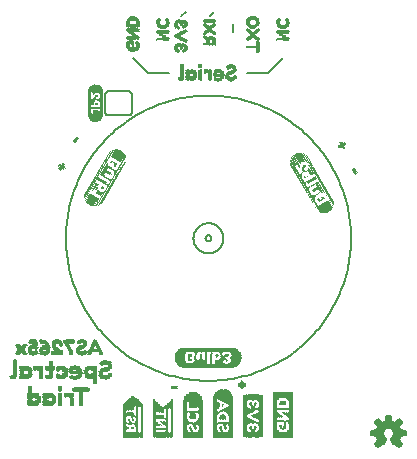
<source format=gbo>
G75*
%MOIN*%
%OFA0B0*%
%FSLAX25Y25*%
%IPPOS*%
%LPD*%
%AMOC8*
5,1,8,0,0,1.08239X$1,22.5*
%
%ADD10C,0.00600*%
%ADD11C,0.00800*%
%ADD12C,0.00591*%
%ADD13R,0.16220X0.00157*%
%ADD14R,0.17165X0.00157*%
%ADD15R,0.17795X0.00157*%
%ADD16R,0.18425X0.00157*%
%ADD17R,0.18740X0.00157*%
%ADD18R,0.19055X0.00157*%
%ADD19R,0.09921X0.00157*%
%ADD20R,0.01260X0.00157*%
%ADD21R,0.07087X0.00157*%
%ADD22R,0.00945X0.00157*%
%ADD23R,0.02992X0.00157*%
%ADD24R,0.04724X0.00157*%
%ADD25R,0.03307X0.00157*%
%ADD26R,0.04409X0.00157*%
%ADD27R,0.03150X0.00157*%
%ADD28R,0.04252X0.00157*%
%ADD29R,0.02835X0.00157*%
%ADD30R,0.04094X0.00157*%
%ADD31R,0.02677X0.00157*%
%ADD32R,0.02520X0.00157*%
%ADD33R,0.01102X0.00157*%
%ADD34R,0.02362X0.00157*%
%ADD35R,0.03465X0.00157*%
%ADD36R,0.00630X0.00157*%
%ADD37R,0.00315X0.00157*%
%ADD38R,0.00472X0.00157*%
%ADD39R,0.00787X0.00157*%
%ADD40R,0.01417X0.00157*%
%ADD41R,0.01575X0.00157*%
%ADD42R,0.01732X0.00157*%
%ADD43R,0.00157X0.00157*%
%ADD44R,0.01890X0.00157*%
%ADD45R,0.02205X0.00157*%
%ADD46R,0.19370X0.00157*%
%ADD47R,0.17480X0.00157*%
%ADD48R,0.19685X0.00157*%
%ADD49R,0.20000X0.00157*%
%ADD50R,0.20315X0.00157*%
%ADD51R,0.08189X0.00157*%
%ADD52R,0.04567X0.00157*%
%ADD53R,0.03780X0.00157*%
%ADD54R,0.03622X0.00157*%
%ADD55R,0.03937X0.00157*%
%ADD56R,0.02047X0.00157*%
%ADD57R,0.20630X0.00157*%
%ADD58R,0.00157X0.00157*%
%ADD59R,0.01181X0.00236*%
%ADD60R,0.04961X0.00236*%
%ADD61R,0.01654X0.00236*%
%ADD62R,0.01417X0.00236*%
%ADD63R,0.05906X0.00236*%
%ADD64R,0.05433X0.00236*%
%ADD65R,0.00709X0.00236*%
%ADD66R,0.03307X0.00236*%
%ADD67R,0.03543X0.00236*%
%ADD68R,0.03780X0.00236*%
%ADD69R,0.04016X0.00236*%
%ADD70R,0.04252X0.00236*%
%ADD71R,0.04488X0.00236*%
%ADD72R,0.00236X0.00236*%
%ADD73R,0.01890X0.00236*%
%ADD74R,0.00945X0.00236*%
%ADD75R,0.02598X0.00236*%
%ADD76R,0.00472X0.00236*%
%ADD77R,0.02362X0.00236*%
%ADD78R,0.03071X0.00236*%
%ADD79R,0.02835X0.00236*%
%ADD80R,0.02126X0.00236*%
%ADD81R,0.00197X0.00197*%
%ADD82R,0.01378X0.00197*%
%ADD83R,0.02756X0.00197*%
%ADD84R,0.01181X0.00197*%
%ADD85R,0.00394X0.00197*%
%ADD86R,0.02165X0.00197*%
%ADD87R,0.00984X0.00197*%
%ADD88R,0.02362X0.00197*%
%ADD89R,0.03740X0.00197*%
%ADD90R,0.01969X0.00197*%
%ADD91R,0.01772X0.00197*%
%ADD92R,0.02559X0.00197*%
%ADD93R,0.02953X0.00197*%
%ADD94R,0.03150X0.00197*%
%ADD95R,0.01575X0.00197*%
%ADD96R,0.03346X0.00197*%
%ADD97R,0.03543X0.00197*%
%ADD98R,0.00591X0.00197*%
%ADD99R,0.00787X0.00197*%
%ADD100R,0.01575X0.00236*%
%ADD101R,0.01378X0.00236*%
%ADD102R,0.02559X0.00236*%
%ADD103R,0.01969X0.00236*%
%ADD104R,0.03150X0.00236*%
%ADD105R,0.02756X0.00236*%
%ADD106R,0.03937X0.00197*%
%ADD107R,0.04134X0.00197*%
%ADD108R,0.04331X0.00197*%
%ADD109R,0.04528X0.00197*%
%ADD110R,0.04724X0.00236*%
%ADD111R,0.03346X0.00236*%
%ADD112R,0.00984X0.00236*%
%ADD113R,0.04921X0.00197*%
%ADD114R,0.05315X0.00197*%
%ADD115R,0.03937X0.00236*%
%ADD116R,0.00157X0.01102*%
%ADD117R,0.00157X0.00315*%
%ADD118R,0.00157X0.01732*%
%ADD119R,0.00157X0.00787*%
%ADD120R,0.00157X0.02047*%
%ADD121R,0.00157X0.00945*%
%ADD122R,0.00157X0.02362*%
%ADD123R,0.00157X0.02677*%
%ADD124R,0.00157X0.01260*%
%ADD125R,0.00157X0.02992*%
%ADD126R,0.00157X0.00630*%
%ADD127R,0.00157X0.01890*%
%ADD128R,0.00157X0.02205*%
%ADD129R,0.00157X0.01575*%
%ADD130R,0.00157X0.01417*%
%ADD131R,0.00157X0.02520*%
%ADD132R,0.00157X0.00472*%
%ADD133R,0.00157X0.02835*%
%ADD134R,0.00157X0.03150*%
%ADD135R,0.00157X0.03307*%
%ADD136R,0.00157X0.03465*%
%ADD137R,0.03740X0.00236*%
%ADD138R,0.00157X0.04094*%
%ADD139R,0.00157X0.05512*%
%ADD140R,0.00157X0.03780*%
%ADD141R,0.00157X0.03622*%
%ADD142R,0.00118X0.08858*%
%ADD143R,0.00118X0.09567*%
%ADD144R,0.00079X0.10039*%
%ADD145R,0.00157X0.10512*%
%ADD146R,0.00118X0.10748*%
%ADD147R,0.00118X0.10984*%
%ADD148R,0.00079X0.11220*%
%ADD149R,0.00118X0.07913*%
%ADD150R,0.00118X0.02953*%
%ADD151R,0.00157X0.03543*%
%ADD152R,0.00157X0.01535*%
%ADD153R,0.00118X0.03543*%
%ADD154R,0.00118X0.00472*%
%ADD155R,0.00118X0.01063*%
%ADD156R,0.00118X0.02598*%
%ADD157R,0.00118X0.00354*%
%ADD158R,0.00118X0.00827*%
%ADD159R,0.00118X0.00591*%
%ADD160R,0.00157X0.03661*%
%ADD161R,0.00157X0.00354*%
%ADD162R,0.00157X0.02598*%
%ADD163R,0.00118X0.03661*%
%ADD164R,0.00118X0.00709*%
%ADD165R,0.00118X0.02480*%
%ADD166R,0.00118X0.03780*%
%ADD167R,0.00118X0.00236*%
%ADD168R,0.00157X0.00236*%
%ADD169R,0.00157X0.00827*%
%ADD170R,0.00118X0.00945*%
%ADD171R,0.00157X0.01654*%
%ADD172R,0.00157X0.02717*%
%ADD173R,0.00118X0.01417*%
%ADD174R,0.00118X0.02717*%
%ADD175R,0.00118X0.02835*%
%ADD176R,0.00118X0.01299*%
%ADD177R,0.00157X0.01181*%
%ADD178R,0.00157X0.03071*%
%ADD179R,0.00118X0.01181*%
%ADD180R,0.00118X0.03189*%
%ADD181R,0.00118X0.02008*%
%ADD182R,0.00118X0.03425*%
%ADD183R,0.00118X0.02244*%
%ADD184R,0.00118X0.01890*%
%ADD185R,0.00118X0.02126*%
%ADD186R,0.00157X0.02126*%
%ADD187R,0.00118X0.11220*%
%ADD188R,0.00118X0.10512*%
%ADD189R,0.00118X0.10039*%
%ADD190R,0.00157X0.14331*%
%ADD191R,0.00157X0.07087*%
%ADD192R,0.00157X0.15276*%
%ADD193R,0.00157X0.11024*%
%ADD194R,0.00157X0.13858*%
%ADD195R,0.00157X0.14646*%
%ADD196R,0.00157X0.14961*%
%ADD197R,0.00157X0.15118*%
%ADD198R,0.00157X0.15433*%
%ADD199R,0.00157X0.11969*%
%ADD200R,0.00157X0.04567*%
%ADD201R,0.00157X0.04409*%
%ADD202R,0.00157X0.04252*%
%ADD203R,0.00157X0.03937*%
%ADD204R,0.00157X0.12913*%
%ADD205R,0.00157X0.13386*%
%ADD206R,0.00157X0.13701*%
%ADD207R,0.00157X0.14016*%
%ADD208R,0.00157X0.14173*%
%ADD209R,0.00157X0.14488*%
%ADD210R,0.00157X0.04882*%
%ADD211R,0.00157X0.05039*%
%ADD212R,0.00157X0.05197*%
%ADD213R,0.00157X0.12756*%
%ADD214R,0.00157X0.12598*%
%ADD215R,0.00157X0.12441*%
%ADD216R,0.00157X0.12283*%
%ADD217R,0.00157X0.11181*%
%ADD218R,0.00157X0.10866*%
%ADD219R,0.00157X0.10709*%
%ADD220R,0.00157X0.12126*%
%ADD221R,0.00157X0.11496*%
%ADD222R,0.00157X0.11654*%
%ADD223R,0.00157X0.13071*%
%ADD224R,0.00157X0.13228*%
%ADD225R,0.00157X0.11811*%
D10*
X0164933Y0241000D02*
X0171733Y0241000D01*
X0171793Y0241002D01*
X0171854Y0241007D01*
X0171913Y0241016D01*
X0171972Y0241029D01*
X0172031Y0241045D01*
X0172088Y0241065D01*
X0172143Y0241088D01*
X0172198Y0241115D01*
X0172250Y0241144D01*
X0172301Y0241177D01*
X0172350Y0241213D01*
X0172396Y0241251D01*
X0172440Y0241293D01*
X0172482Y0241337D01*
X0172520Y0241383D01*
X0172556Y0241432D01*
X0172589Y0241483D01*
X0172618Y0241535D01*
X0172645Y0241590D01*
X0172668Y0241645D01*
X0172688Y0241702D01*
X0172704Y0241761D01*
X0172717Y0241820D01*
X0172726Y0241879D01*
X0172731Y0241940D01*
X0172733Y0242000D01*
X0172733Y0248000D01*
X0172731Y0248060D01*
X0172726Y0248121D01*
X0172717Y0248180D01*
X0172704Y0248239D01*
X0172688Y0248298D01*
X0172668Y0248355D01*
X0172645Y0248410D01*
X0172618Y0248465D01*
X0172589Y0248517D01*
X0172556Y0248568D01*
X0172520Y0248617D01*
X0172482Y0248663D01*
X0172440Y0248707D01*
X0172396Y0248749D01*
X0172350Y0248787D01*
X0172301Y0248823D01*
X0172250Y0248856D01*
X0172198Y0248885D01*
X0172143Y0248912D01*
X0172088Y0248935D01*
X0172031Y0248955D01*
X0171972Y0248971D01*
X0171913Y0248984D01*
X0171854Y0248993D01*
X0171793Y0248998D01*
X0171733Y0249000D01*
X0164933Y0249000D01*
X0164873Y0248998D01*
X0164812Y0248993D01*
X0164753Y0248984D01*
X0164694Y0248971D01*
X0164635Y0248955D01*
X0164578Y0248935D01*
X0164523Y0248912D01*
X0164468Y0248885D01*
X0164416Y0248856D01*
X0164365Y0248823D01*
X0164316Y0248787D01*
X0164270Y0248749D01*
X0164226Y0248707D01*
X0164184Y0248663D01*
X0164146Y0248617D01*
X0164110Y0248568D01*
X0164077Y0248517D01*
X0164048Y0248465D01*
X0164021Y0248410D01*
X0163998Y0248355D01*
X0163978Y0248298D01*
X0163962Y0248239D01*
X0163949Y0248180D01*
X0163940Y0248121D01*
X0163935Y0248060D01*
X0163933Y0248000D01*
X0163933Y0242000D01*
X0163935Y0241940D01*
X0163940Y0241879D01*
X0163949Y0241820D01*
X0163962Y0241761D01*
X0163978Y0241702D01*
X0163998Y0241645D01*
X0164021Y0241590D01*
X0164048Y0241535D01*
X0164077Y0241483D01*
X0164110Y0241432D01*
X0164146Y0241383D01*
X0164184Y0241337D01*
X0164226Y0241293D01*
X0164270Y0241251D01*
X0164316Y0241213D01*
X0164365Y0241177D01*
X0164416Y0241144D01*
X0164468Y0241115D01*
X0164523Y0241088D01*
X0164578Y0241065D01*
X0164635Y0241045D01*
X0164694Y0241029D01*
X0164753Y0241016D01*
X0164812Y0241007D01*
X0164873Y0241002D01*
X0164933Y0241000D01*
X0172200Y0263251D02*
X0171633Y0263818D01*
X0171633Y0264952D01*
X0172200Y0265519D01*
X0173335Y0265519D01*
X0173335Y0264385D01*
X0174469Y0265519D02*
X0175036Y0264952D01*
X0175036Y0263818D01*
X0174469Y0263251D01*
X0172200Y0263251D01*
X0171633Y0266934D02*
X0175036Y0266934D01*
X0171633Y0269202D01*
X0175036Y0269202D01*
X0175036Y0270617D02*
X0175036Y0272318D01*
X0174469Y0272885D01*
X0172200Y0272885D01*
X0171633Y0272318D01*
X0171633Y0270617D01*
X0175036Y0270617D01*
D11*
X0173333Y0260000D02*
X0178333Y0255000D01*
X0185333Y0255000D01*
X0206433Y0268700D02*
X0206433Y0271400D01*
X0200333Y0275500D02*
X0198833Y0274000D01*
X0190833Y0275500D02*
X0189333Y0274000D01*
X0211333Y0255000D02*
X0218333Y0255000D01*
X0223333Y0260000D01*
X0150830Y0200000D02*
X0150844Y0201166D01*
X0150887Y0202331D01*
X0150959Y0203495D01*
X0151059Y0204656D01*
X0151187Y0205815D01*
X0151344Y0206970D01*
X0151529Y0208121D01*
X0151743Y0209267D01*
X0151984Y0210408D01*
X0152254Y0211542D01*
X0152551Y0212670D01*
X0152875Y0213789D01*
X0153228Y0214901D01*
X0153607Y0216003D01*
X0154013Y0217096D01*
X0154446Y0218179D01*
X0154905Y0219250D01*
X0155391Y0220310D01*
X0155902Y0221358D01*
X0156439Y0222393D01*
X0157001Y0223414D01*
X0157588Y0224421D01*
X0158200Y0225414D01*
X0158836Y0226391D01*
X0159495Y0227353D01*
X0160178Y0228298D01*
X0160884Y0229225D01*
X0161613Y0230136D01*
X0162363Y0231028D01*
X0163136Y0231901D01*
X0163929Y0232755D01*
X0164743Y0233590D01*
X0165578Y0234404D01*
X0166432Y0235197D01*
X0167305Y0235970D01*
X0168197Y0236720D01*
X0169108Y0237449D01*
X0170035Y0238155D01*
X0170980Y0238838D01*
X0171942Y0239497D01*
X0172919Y0240133D01*
X0173912Y0240745D01*
X0174919Y0241332D01*
X0175940Y0241894D01*
X0176975Y0242431D01*
X0178023Y0242942D01*
X0179083Y0243428D01*
X0180154Y0243887D01*
X0181237Y0244320D01*
X0182330Y0244726D01*
X0183432Y0245105D01*
X0184544Y0245458D01*
X0185663Y0245782D01*
X0186791Y0246079D01*
X0187925Y0246349D01*
X0189066Y0246590D01*
X0190212Y0246804D01*
X0191363Y0246989D01*
X0192518Y0247146D01*
X0193677Y0247274D01*
X0194838Y0247374D01*
X0196002Y0247446D01*
X0197167Y0247489D01*
X0198333Y0247503D01*
X0199499Y0247489D01*
X0200664Y0247446D01*
X0201828Y0247374D01*
X0202989Y0247274D01*
X0204148Y0247146D01*
X0205303Y0246989D01*
X0206454Y0246804D01*
X0207600Y0246590D01*
X0208741Y0246349D01*
X0209875Y0246079D01*
X0211003Y0245782D01*
X0212122Y0245458D01*
X0213234Y0245105D01*
X0214336Y0244726D01*
X0215429Y0244320D01*
X0216512Y0243887D01*
X0217583Y0243428D01*
X0218643Y0242942D01*
X0219691Y0242431D01*
X0220726Y0241894D01*
X0221747Y0241332D01*
X0222754Y0240745D01*
X0223747Y0240133D01*
X0224724Y0239497D01*
X0225686Y0238838D01*
X0226631Y0238155D01*
X0227558Y0237449D01*
X0228469Y0236720D01*
X0229361Y0235970D01*
X0230234Y0235197D01*
X0231088Y0234404D01*
X0231923Y0233590D01*
X0232737Y0232755D01*
X0233530Y0231901D01*
X0234303Y0231028D01*
X0235053Y0230136D01*
X0235782Y0229225D01*
X0236488Y0228298D01*
X0237171Y0227353D01*
X0237830Y0226391D01*
X0238466Y0225414D01*
X0239078Y0224421D01*
X0239665Y0223414D01*
X0240227Y0222393D01*
X0240764Y0221358D01*
X0241275Y0220310D01*
X0241761Y0219250D01*
X0242220Y0218179D01*
X0242653Y0217096D01*
X0243059Y0216003D01*
X0243438Y0214901D01*
X0243791Y0213789D01*
X0244115Y0212670D01*
X0244412Y0211542D01*
X0244682Y0210408D01*
X0244923Y0209267D01*
X0245137Y0208121D01*
X0245322Y0206970D01*
X0245479Y0205815D01*
X0245607Y0204656D01*
X0245707Y0203495D01*
X0245779Y0202331D01*
X0245822Y0201166D01*
X0245836Y0200000D01*
X0245822Y0198834D01*
X0245779Y0197669D01*
X0245707Y0196505D01*
X0245607Y0195344D01*
X0245479Y0194185D01*
X0245322Y0193030D01*
X0245137Y0191879D01*
X0244923Y0190733D01*
X0244682Y0189592D01*
X0244412Y0188458D01*
X0244115Y0187330D01*
X0243791Y0186211D01*
X0243438Y0185099D01*
X0243059Y0183997D01*
X0242653Y0182904D01*
X0242220Y0181821D01*
X0241761Y0180750D01*
X0241275Y0179690D01*
X0240764Y0178642D01*
X0240227Y0177607D01*
X0239665Y0176586D01*
X0239078Y0175579D01*
X0238466Y0174586D01*
X0237830Y0173609D01*
X0237171Y0172647D01*
X0236488Y0171702D01*
X0235782Y0170775D01*
X0235053Y0169864D01*
X0234303Y0168972D01*
X0233530Y0168099D01*
X0232737Y0167245D01*
X0231923Y0166410D01*
X0231088Y0165596D01*
X0230234Y0164803D01*
X0229361Y0164030D01*
X0228469Y0163280D01*
X0227558Y0162551D01*
X0226631Y0161845D01*
X0225686Y0161162D01*
X0224724Y0160503D01*
X0223747Y0159867D01*
X0222754Y0159255D01*
X0221747Y0158668D01*
X0220726Y0158106D01*
X0219691Y0157569D01*
X0218643Y0157058D01*
X0217583Y0156572D01*
X0216512Y0156113D01*
X0215429Y0155680D01*
X0214336Y0155274D01*
X0213234Y0154895D01*
X0212122Y0154542D01*
X0211003Y0154218D01*
X0209875Y0153921D01*
X0208741Y0153651D01*
X0207600Y0153410D01*
X0206454Y0153196D01*
X0205303Y0153011D01*
X0204148Y0152854D01*
X0202989Y0152726D01*
X0201828Y0152626D01*
X0200664Y0152554D01*
X0199499Y0152511D01*
X0198333Y0152497D01*
X0197167Y0152511D01*
X0196002Y0152554D01*
X0194838Y0152626D01*
X0193677Y0152726D01*
X0192518Y0152854D01*
X0191363Y0153011D01*
X0190212Y0153196D01*
X0189066Y0153410D01*
X0187925Y0153651D01*
X0186791Y0153921D01*
X0185663Y0154218D01*
X0184544Y0154542D01*
X0183432Y0154895D01*
X0182330Y0155274D01*
X0181237Y0155680D01*
X0180154Y0156113D01*
X0179083Y0156572D01*
X0178023Y0157058D01*
X0176975Y0157569D01*
X0175940Y0158106D01*
X0174919Y0158668D01*
X0173912Y0159255D01*
X0172919Y0159867D01*
X0171942Y0160503D01*
X0170980Y0161162D01*
X0170035Y0161845D01*
X0169108Y0162551D01*
X0168197Y0163280D01*
X0167305Y0164030D01*
X0166432Y0164803D01*
X0165578Y0165596D01*
X0164743Y0166410D01*
X0163929Y0167245D01*
X0163136Y0168099D01*
X0162363Y0168972D01*
X0161613Y0169864D01*
X0160884Y0170775D01*
X0160178Y0171702D01*
X0159495Y0172647D01*
X0158836Y0173609D01*
X0158200Y0174586D01*
X0157588Y0175579D01*
X0157001Y0176586D01*
X0156439Y0177607D01*
X0155902Y0178642D01*
X0155391Y0179690D01*
X0154905Y0180750D01*
X0154446Y0181821D01*
X0154013Y0182904D01*
X0153607Y0183997D01*
X0153228Y0185099D01*
X0152875Y0186211D01*
X0152551Y0187330D01*
X0152254Y0188458D01*
X0151984Y0189592D01*
X0151743Y0190733D01*
X0151529Y0191879D01*
X0151344Y0193030D01*
X0151187Y0194185D01*
X0151059Y0195344D01*
X0150959Y0196505D01*
X0150887Y0197669D01*
X0150844Y0198834D01*
X0150830Y0200000D01*
X0197333Y0200000D02*
X0197335Y0200063D01*
X0197341Y0200125D01*
X0197351Y0200187D01*
X0197364Y0200249D01*
X0197382Y0200309D01*
X0197403Y0200368D01*
X0197428Y0200426D01*
X0197457Y0200482D01*
X0197489Y0200536D01*
X0197524Y0200588D01*
X0197562Y0200637D01*
X0197604Y0200685D01*
X0197648Y0200729D01*
X0197696Y0200771D01*
X0197745Y0200809D01*
X0197797Y0200844D01*
X0197851Y0200876D01*
X0197907Y0200905D01*
X0197965Y0200930D01*
X0198024Y0200951D01*
X0198084Y0200969D01*
X0198146Y0200982D01*
X0198208Y0200992D01*
X0198270Y0200998D01*
X0198333Y0201000D01*
X0198396Y0200998D01*
X0198458Y0200992D01*
X0198520Y0200982D01*
X0198582Y0200969D01*
X0198642Y0200951D01*
X0198701Y0200930D01*
X0198759Y0200905D01*
X0198815Y0200876D01*
X0198869Y0200844D01*
X0198921Y0200809D01*
X0198970Y0200771D01*
X0199018Y0200729D01*
X0199062Y0200685D01*
X0199104Y0200637D01*
X0199142Y0200588D01*
X0199177Y0200536D01*
X0199209Y0200482D01*
X0199238Y0200426D01*
X0199263Y0200368D01*
X0199284Y0200309D01*
X0199302Y0200249D01*
X0199315Y0200187D01*
X0199325Y0200125D01*
X0199331Y0200063D01*
X0199333Y0200000D01*
X0199331Y0199937D01*
X0199325Y0199875D01*
X0199315Y0199813D01*
X0199302Y0199751D01*
X0199284Y0199691D01*
X0199263Y0199632D01*
X0199238Y0199574D01*
X0199209Y0199518D01*
X0199177Y0199464D01*
X0199142Y0199412D01*
X0199104Y0199363D01*
X0199062Y0199315D01*
X0199018Y0199271D01*
X0198970Y0199229D01*
X0198921Y0199191D01*
X0198869Y0199156D01*
X0198815Y0199124D01*
X0198759Y0199095D01*
X0198701Y0199070D01*
X0198642Y0199049D01*
X0198582Y0199031D01*
X0198520Y0199018D01*
X0198458Y0199008D01*
X0198396Y0199002D01*
X0198333Y0199000D01*
X0198270Y0199002D01*
X0198208Y0199008D01*
X0198146Y0199018D01*
X0198084Y0199031D01*
X0198024Y0199049D01*
X0197965Y0199070D01*
X0197907Y0199095D01*
X0197851Y0199124D01*
X0197797Y0199156D01*
X0197745Y0199191D01*
X0197696Y0199229D01*
X0197648Y0199271D01*
X0197604Y0199315D01*
X0197562Y0199363D01*
X0197524Y0199412D01*
X0197489Y0199464D01*
X0197457Y0199518D01*
X0197428Y0199574D01*
X0197403Y0199632D01*
X0197382Y0199691D01*
X0197364Y0199751D01*
X0197351Y0199813D01*
X0197341Y0199875D01*
X0197335Y0199937D01*
X0197333Y0200000D01*
X0193333Y0200000D02*
X0193335Y0200141D01*
X0193341Y0200282D01*
X0193351Y0200422D01*
X0193365Y0200562D01*
X0193383Y0200702D01*
X0193404Y0200841D01*
X0193430Y0200980D01*
X0193459Y0201118D01*
X0193493Y0201254D01*
X0193530Y0201390D01*
X0193571Y0201525D01*
X0193616Y0201659D01*
X0193665Y0201791D01*
X0193717Y0201922D01*
X0193773Y0202051D01*
X0193833Y0202178D01*
X0193896Y0202304D01*
X0193962Y0202428D01*
X0194033Y0202551D01*
X0194106Y0202671D01*
X0194183Y0202789D01*
X0194263Y0202905D01*
X0194347Y0203018D01*
X0194433Y0203129D01*
X0194523Y0203238D01*
X0194616Y0203344D01*
X0194711Y0203447D01*
X0194810Y0203548D01*
X0194911Y0203646D01*
X0195015Y0203741D01*
X0195122Y0203833D01*
X0195231Y0203922D01*
X0195343Y0204007D01*
X0195457Y0204090D01*
X0195573Y0204170D01*
X0195692Y0204246D01*
X0195813Y0204318D01*
X0195935Y0204388D01*
X0196060Y0204453D01*
X0196186Y0204516D01*
X0196314Y0204574D01*
X0196444Y0204629D01*
X0196575Y0204681D01*
X0196708Y0204728D01*
X0196842Y0204772D01*
X0196977Y0204813D01*
X0197113Y0204849D01*
X0197250Y0204881D01*
X0197388Y0204910D01*
X0197526Y0204935D01*
X0197666Y0204955D01*
X0197806Y0204972D01*
X0197946Y0204985D01*
X0198087Y0204994D01*
X0198227Y0204999D01*
X0198368Y0205000D01*
X0198509Y0204997D01*
X0198650Y0204990D01*
X0198790Y0204979D01*
X0198930Y0204964D01*
X0199070Y0204945D01*
X0199209Y0204923D01*
X0199347Y0204896D01*
X0199485Y0204866D01*
X0199621Y0204831D01*
X0199757Y0204793D01*
X0199891Y0204751D01*
X0200025Y0204705D01*
X0200157Y0204656D01*
X0200287Y0204602D01*
X0200416Y0204545D01*
X0200543Y0204485D01*
X0200669Y0204421D01*
X0200792Y0204353D01*
X0200914Y0204282D01*
X0201034Y0204208D01*
X0201151Y0204130D01*
X0201266Y0204049D01*
X0201379Y0203965D01*
X0201490Y0203878D01*
X0201598Y0203787D01*
X0201703Y0203694D01*
X0201806Y0203597D01*
X0201906Y0203498D01*
X0202003Y0203396D01*
X0202097Y0203291D01*
X0202188Y0203184D01*
X0202276Y0203074D01*
X0202361Y0202962D01*
X0202443Y0202847D01*
X0202522Y0202730D01*
X0202597Y0202611D01*
X0202669Y0202490D01*
X0202737Y0202367D01*
X0202802Y0202242D01*
X0202864Y0202115D01*
X0202921Y0201986D01*
X0202976Y0201856D01*
X0203026Y0201725D01*
X0203073Y0201592D01*
X0203116Y0201458D01*
X0203155Y0201322D01*
X0203190Y0201186D01*
X0203222Y0201049D01*
X0203249Y0200911D01*
X0203273Y0200772D01*
X0203293Y0200632D01*
X0203309Y0200492D01*
X0203321Y0200352D01*
X0203329Y0200211D01*
X0203333Y0200070D01*
X0203333Y0199930D01*
X0203329Y0199789D01*
X0203321Y0199648D01*
X0203309Y0199508D01*
X0203293Y0199368D01*
X0203273Y0199228D01*
X0203249Y0199089D01*
X0203222Y0198951D01*
X0203190Y0198814D01*
X0203155Y0198678D01*
X0203116Y0198542D01*
X0203073Y0198408D01*
X0203026Y0198275D01*
X0202976Y0198144D01*
X0202921Y0198014D01*
X0202864Y0197885D01*
X0202802Y0197758D01*
X0202737Y0197633D01*
X0202669Y0197510D01*
X0202597Y0197389D01*
X0202522Y0197270D01*
X0202443Y0197153D01*
X0202361Y0197038D01*
X0202276Y0196926D01*
X0202188Y0196816D01*
X0202097Y0196709D01*
X0202003Y0196604D01*
X0201906Y0196502D01*
X0201806Y0196403D01*
X0201703Y0196306D01*
X0201598Y0196213D01*
X0201490Y0196122D01*
X0201379Y0196035D01*
X0201266Y0195951D01*
X0201151Y0195870D01*
X0201034Y0195792D01*
X0200914Y0195718D01*
X0200792Y0195647D01*
X0200669Y0195579D01*
X0200543Y0195515D01*
X0200416Y0195455D01*
X0200287Y0195398D01*
X0200157Y0195344D01*
X0200025Y0195295D01*
X0199891Y0195249D01*
X0199757Y0195207D01*
X0199621Y0195169D01*
X0199485Y0195134D01*
X0199347Y0195104D01*
X0199209Y0195077D01*
X0199070Y0195055D01*
X0198930Y0195036D01*
X0198790Y0195021D01*
X0198650Y0195010D01*
X0198509Y0195003D01*
X0198368Y0195000D01*
X0198227Y0195001D01*
X0198087Y0195006D01*
X0197946Y0195015D01*
X0197806Y0195028D01*
X0197666Y0195045D01*
X0197526Y0195065D01*
X0197388Y0195090D01*
X0197250Y0195119D01*
X0197113Y0195151D01*
X0196977Y0195187D01*
X0196842Y0195228D01*
X0196708Y0195272D01*
X0196575Y0195319D01*
X0196444Y0195371D01*
X0196314Y0195426D01*
X0196186Y0195484D01*
X0196060Y0195547D01*
X0195935Y0195612D01*
X0195813Y0195682D01*
X0195692Y0195754D01*
X0195573Y0195830D01*
X0195457Y0195910D01*
X0195343Y0195993D01*
X0195231Y0196078D01*
X0195122Y0196167D01*
X0195015Y0196259D01*
X0194911Y0196354D01*
X0194810Y0196452D01*
X0194711Y0196553D01*
X0194616Y0196656D01*
X0194523Y0196762D01*
X0194433Y0196871D01*
X0194347Y0196982D01*
X0194263Y0197095D01*
X0194183Y0197211D01*
X0194106Y0197329D01*
X0194033Y0197449D01*
X0193962Y0197572D01*
X0193896Y0197696D01*
X0193833Y0197822D01*
X0193773Y0197949D01*
X0193717Y0198078D01*
X0193665Y0198209D01*
X0193616Y0198341D01*
X0193571Y0198475D01*
X0193530Y0198610D01*
X0193493Y0198746D01*
X0193459Y0198882D01*
X0193430Y0199020D01*
X0193404Y0199159D01*
X0193383Y0199298D01*
X0193365Y0199438D01*
X0193351Y0199578D01*
X0193341Y0199718D01*
X0193335Y0199859D01*
X0193333Y0200000D01*
D12*
X0254181Y0139138D02*
X0255330Y0139138D01*
X0254698Y0139654D02*
X0256182Y0138443D01*
X0256780Y0138751D01*
X0257420Y0138956D01*
X0257614Y0140861D01*
X0259053Y0140861D01*
X0259247Y0138956D01*
X0259887Y0138751D01*
X0260485Y0138443D01*
X0261969Y0139654D01*
X0262987Y0138636D01*
X0261777Y0137152D01*
X0262085Y0136554D01*
X0262290Y0135913D01*
X0264195Y0135720D01*
X0264195Y0134280D01*
X0262290Y0134087D01*
X0262085Y0133446D01*
X0261777Y0132848D01*
X0262987Y0131364D01*
X0261969Y0130346D01*
X0260485Y0131557D01*
X0259887Y0131249D01*
X0259040Y0133295D01*
X0259418Y0133507D01*
X0259737Y0133801D01*
X0259978Y0134162D01*
X0260128Y0134569D01*
X0260179Y0135000D01*
X0260126Y0135439D01*
X0259970Y0135852D01*
X0259721Y0136217D01*
X0259392Y0136511D01*
X0259002Y0136720D01*
X0258574Y0136829D01*
X0258133Y0136834D01*
X0257702Y0136734D01*
X0257308Y0136534D01*
X0256973Y0136246D01*
X0256716Y0135887D01*
X0256551Y0135477D01*
X0256489Y0135040D01*
X0256532Y0134600D01*
X0256678Y0134184D01*
X0256920Y0133814D01*
X0257242Y0133512D01*
X0257627Y0133295D01*
X0256779Y0131249D01*
X0256182Y0131557D01*
X0254698Y0130346D01*
X0253680Y0131364D01*
X0254890Y0132848D01*
X0254582Y0133446D01*
X0254377Y0134087D01*
X0252472Y0134280D01*
X0252472Y0135720D01*
X0254377Y0135913D01*
X0254582Y0136554D01*
X0254890Y0137152D01*
X0253680Y0138636D01*
X0254698Y0139654D01*
X0253751Y0138548D02*
X0256053Y0138548D01*
X0256386Y0138548D02*
X0260281Y0138548D01*
X0260614Y0138548D02*
X0262916Y0138548D01*
X0262485Y0139138D02*
X0261336Y0139138D01*
X0262435Y0137959D02*
X0254231Y0137959D01*
X0254712Y0137370D02*
X0261955Y0137370D01*
X0261967Y0136781D02*
X0258762Y0136781D01*
X0257906Y0136781D02*
X0254699Y0136781D01*
X0254466Y0136192D02*
X0256934Y0136192D01*
X0256602Y0135603D02*
X0252472Y0135603D01*
X0252472Y0135014D02*
X0256491Y0135014D01*
X0256594Y0134425D02*
X0252472Y0134425D01*
X0254457Y0133836D02*
X0256905Y0133836D01*
X0257607Y0133247D02*
X0254685Y0133247D01*
X0254735Y0132658D02*
X0257363Y0132658D01*
X0257119Y0132069D02*
X0254254Y0132069D01*
X0253774Y0131480D02*
X0256087Y0131480D01*
X0256331Y0131480D02*
X0256875Y0131480D01*
X0255365Y0130891D02*
X0254153Y0130891D01*
X0259060Y0133247D02*
X0261982Y0133247D01*
X0261932Y0132658D02*
X0259304Y0132658D01*
X0259548Y0132069D02*
X0262412Y0132069D01*
X0262893Y0131480D02*
X0260579Y0131480D01*
X0260335Y0131480D02*
X0259792Y0131480D01*
X0261302Y0130891D02*
X0262513Y0130891D01*
X0262209Y0133836D02*
X0259760Y0133836D01*
X0260075Y0134425D02*
X0264195Y0134425D01*
X0264195Y0135014D02*
X0260177Y0135014D01*
X0260064Y0135603D02*
X0264195Y0135603D01*
X0262200Y0136192D02*
X0259738Y0136192D01*
X0259228Y0139138D02*
X0257438Y0139138D01*
X0257498Y0139727D02*
X0259168Y0139727D01*
X0259109Y0140316D02*
X0257558Y0140316D01*
D13*
G36*
X0162545Y0211599D02*
X0170654Y0225645D01*
X0170789Y0225567D01*
X0162680Y0211521D01*
X0162545Y0211599D01*
G37*
G36*
X0157090Y0214749D02*
X0165199Y0228795D01*
X0165334Y0228717D01*
X0157225Y0214671D01*
X0157090Y0214749D01*
G37*
D14*
G36*
X0156990Y0214261D02*
X0165571Y0229125D01*
X0165706Y0229047D01*
X0157125Y0214183D01*
X0156990Y0214261D01*
G37*
G36*
X0162173Y0211269D02*
X0170754Y0226133D01*
X0170889Y0226055D01*
X0162308Y0211191D01*
X0162173Y0211269D01*
G37*
D15*
G36*
X0161879Y0211075D02*
X0170775Y0226485D01*
X0170911Y0226407D01*
X0162015Y0210997D01*
X0161879Y0211075D01*
G37*
G36*
X0156969Y0213909D02*
X0165865Y0229319D01*
X0166001Y0229241D01*
X0157105Y0213831D01*
X0156969Y0213909D01*
G37*
D16*
G36*
X0156948Y0213558D02*
X0166159Y0229512D01*
X0166294Y0229434D01*
X0157083Y0213480D01*
X0156948Y0213558D01*
G37*
G36*
X0161585Y0210881D02*
X0170796Y0226835D01*
X0170931Y0226757D01*
X0161720Y0210803D01*
X0161585Y0210881D01*
G37*
X0198251Y0162992D03*
X0198251Y0157008D03*
G36*
X0225680Y0224953D02*
X0234891Y0208999D01*
X0234756Y0208921D01*
X0225545Y0224875D01*
X0225680Y0224953D01*
G37*
G36*
X0230863Y0227945D02*
X0240074Y0211991D01*
X0239939Y0211913D01*
X0230728Y0227867D01*
X0230863Y0227945D01*
G37*
D17*
G36*
X0161370Y0210823D02*
X0170739Y0227051D01*
X0170874Y0226973D01*
X0161505Y0210745D01*
X0161370Y0210823D01*
G37*
G36*
X0157006Y0213343D02*
X0166375Y0229571D01*
X0166510Y0229493D01*
X0157141Y0213265D01*
X0157006Y0213343D01*
G37*
D18*
G36*
X0157063Y0213128D02*
X0166589Y0229628D01*
X0166725Y0229550D01*
X0157199Y0213050D01*
X0157063Y0213128D01*
G37*
G36*
X0161154Y0210766D02*
X0170680Y0227266D01*
X0170816Y0227188D01*
X0161290Y0210688D01*
X0161154Y0210766D01*
G37*
X0198251Y0162835D03*
X0198251Y0157165D03*
G36*
X0225660Y0225305D02*
X0235186Y0208805D01*
X0235050Y0208727D01*
X0225524Y0225227D01*
X0225660Y0225305D01*
G37*
G36*
X0230570Y0228140D02*
X0240096Y0211640D01*
X0239960Y0211562D01*
X0230434Y0228062D01*
X0230570Y0228140D01*
G37*
D19*
G36*
X0234984Y0219233D02*
X0239943Y0210643D01*
X0239808Y0210565D01*
X0234849Y0219155D01*
X0234984Y0219233D01*
G37*
G36*
X0234927Y0219017D02*
X0239886Y0210427D01*
X0239751Y0210349D01*
X0234792Y0218939D01*
X0234927Y0219017D01*
G37*
G36*
X0162061Y0221153D02*
X0167020Y0229743D01*
X0167155Y0229665D01*
X0162196Y0221075D01*
X0162061Y0221153D01*
G37*
G36*
X0161845Y0221096D02*
X0166804Y0229686D01*
X0166939Y0229608D01*
X0161980Y0221018D01*
X0161845Y0221096D01*
G37*
X0192739Y0157953D03*
X0192896Y0157795D03*
D20*
X0192188Y0159213D03*
X0192188Y0159370D03*
X0192188Y0160472D03*
X0192188Y0160945D03*
X0194077Y0161732D03*
X0195810Y0159213D03*
X0199117Y0157795D03*
X0204314Y0160630D03*
X0204471Y0160787D03*
G36*
X0234776Y0213294D02*
X0235405Y0212204D01*
X0235270Y0212126D01*
X0234641Y0213216D01*
X0234776Y0213294D01*
G37*
G36*
X0235185Y0213530D02*
X0235814Y0212440D01*
X0235679Y0212362D01*
X0235050Y0213452D01*
X0235185Y0213530D01*
G37*
G36*
X0236140Y0214081D02*
X0236769Y0212991D01*
X0236634Y0212913D01*
X0236005Y0214003D01*
X0236140Y0214081D01*
G37*
G36*
X0236276Y0214160D02*
X0236905Y0213070D01*
X0236770Y0212992D01*
X0236141Y0214082D01*
X0236276Y0214160D01*
G37*
G36*
X0233149Y0214537D02*
X0233778Y0213447D01*
X0233643Y0213369D01*
X0233014Y0214459D01*
X0233149Y0214537D01*
G37*
G36*
X0234465Y0217297D02*
X0235094Y0216207D01*
X0234959Y0216129D01*
X0234330Y0217219D01*
X0234465Y0217297D01*
G37*
G36*
X0234039Y0220870D02*
X0234668Y0219780D01*
X0234533Y0219702D01*
X0233904Y0220792D01*
X0234039Y0220870D01*
G37*
G36*
X0229673Y0223077D02*
X0230302Y0221987D01*
X0230167Y0221909D01*
X0229538Y0222999D01*
X0229673Y0223077D01*
G37*
G36*
X0167092Y0223885D02*
X0167721Y0224975D01*
X0167856Y0224897D01*
X0167227Y0223807D01*
X0167092Y0223885D01*
G37*
G36*
X0166956Y0223963D02*
X0167585Y0225053D01*
X0167720Y0224975D01*
X0167091Y0223885D01*
X0166956Y0223963D01*
G37*
G36*
X0166820Y0224042D02*
X0167449Y0225132D01*
X0167584Y0225054D01*
X0166955Y0223964D01*
X0166820Y0224042D01*
G37*
G36*
X0166683Y0224121D02*
X0167312Y0225211D01*
X0167447Y0225133D01*
X0166818Y0224043D01*
X0166683Y0224121D01*
G37*
G36*
X0166829Y0221854D02*
X0167458Y0222944D01*
X0167593Y0222866D01*
X0166964Y0221776D01*
X0166829Y0221854D01*
G37*
G36*
X0163860Y0221750D02*
X0164489Y0222840D01*
X0164624Y0222762D01*
X0163995Y0221672D01*
X0163860Y0221750D01*
G37*
G36*
X0160900Y0219459D02*
X0161529Y0220549D01*
X0161664Y0220471D01*
X0161035Y0219381D01*
X0160900Y0219459D01*
G37*
G36*
X0160632Y0216159D02*
X0161261Y0217249D01*
X0161396Y0217171D01*
X0160767Y0216081D01*
X0160632Y0216159D01*
G37*
G36*
X0160977Y0214868D02*
X0161606Y0215958D01*
X0161741Y0215880D01*
X0161112Y0214790D01*
X0160977Y0214868D01*
G37*
G36*
X0161114Y0214789D02*
X0161743Y0215879D01*
X0161878Y0215801D01*
X0161249Y0214711D01*
X0161114Y0214789D01*
G37*
G36*
X0161250Y0214710D02*
X0161879Y0215800D01*
X0162014Y0215722D01*
X0161385Y0214632D01*
X0161250Y0214710D01*
G37*
G36*
X0161387Y0214632D02*
X0162016Y0215722D01*
X0162151Y0215644D01*
X0161522Y0214554D01*
X0161387Y0214632D01*
G37*
G36*
X0161523Y0214553D02*
X0162152Y0215643D01*
X0162287Y0215565D01*
X0161658Y0214475D01*
X0161523Y0214553D01*
G37*
G36*
X0161659Y0214474D02*
X0162288Y0215564D01*
X0162423Y0215486D01*
X0161794Y0214396D01*
X0161659Y0214474D01*
G37*
G36*
X0161796Y0214395D02*
X0162425Y0215485D01*
X0162560Y0215407D01*
X0161931Y0214317D01*
X0161796Y0214395D01*
G37*
D21*
G36*
X0157178Y0212697D02*
X0160720Y0218833D01*
X0160856Y0218755D01*
X0157314Y0212619D01*
X0157178Y0212697D01*
G37*
G36*
X0157120Y0212912D02*
X0160662Y0219048D01*
X0160798Y0218970D01*
X0157256Y0212834D01*
X0157120Y0212912D01*
G37*
D22*
G36*
X0160768Y0216081D02*
X0161239Y0216897D01*
X0161374Y0216819D01*
X0160903Y0216003D01*
X0160768Y0216081D01*
G37*
G36*
X0162353Y0216620D02*
X0162824Y0217436D01*
X0162959Y0217358D01*
X0162488Y0216542D01*
X0162353Y0216620D01*
G37*
G36*
X0162489Y0216542D02*
X0162960Y0217358D01*
X0163095Y0217280D01*
X0162624Y0216464D01*
X0162489Y0216542D01*
G37*
G36*
X0162626Y0216463D02*
X0163097Y0217279D01*
X0163232Y0217201D01*
X0162761Y0216385D01*
X0162626Y0216463D01*
G37*
G36*
X0163571Y0218100D02*
X0164042Y0218916D01*
X0164177Y0218838D01*
X0163706Y0218022D01*
X0163571Y0218100D01*
G37*
G36*
X0163434Y0218178D02*
X0163905Y0218994D01*
X0164040Y0218916D01*
X0163569Y0218100D01*
X0163434Y0218178D01*
G37*
G36*
X0163298Y0218257D02*
X0163769Y0219073D01*
X0163904Y0218995D01*
X0163433Y0218179D01*
X0163298Y0218257D01*
G37*
G36*
X0163161Y0218336D02*
X0163632Y0219152D01*
X0163767Y0219074D01*
X0163296Y0218258D01*
X0163161Y0218336D01*
G37*
G36*
X0163025Y0218414D02*
X0163496Y0219230D01*
X0163631Y0219152D01*
X0163160Y0218336D01*
X0163025Y0218414D01*
G37*
G36*
X0162889Y0218493D02*
X0163360Y0219309D01*
X0163495Y0219231D01*
X0163024Y0218415D01*
X0162889Y0218493D01*
G37*
G36*
X0162752Y0218572D02*
X0163223Y0219388D01*
X0163358Y0219310D01*
X0162887Y0218494D01*
X0162752Y0218572D01*
G37*
G36*
X0162616Y0218651D02*
X0163087Y0219467D01*
X0163222Y0219389D01*
X0162751Y0218573D01*
X0162616Y0218651D01*
G37*
G36*
X0162479Y0218729D02*
X0162950Y0219545D01*
X0163085Y0219467D01*
X0162614Y0218651D01*
X0162479Y0218729D01*
G37*
G36*
X0162343Y0218808D02*
X0162814Y0219624D01*
X0162949Y0219546D01*
X0162478Y0218730D01*
X0162343Y0218808D01*
G37*
G36*
X0162207Y0218887D02*
X0162678Y0219703D01*
X0162813Y0219625D01*
X0162342Y0218809D01*
X0162207Y0218887D01*
G37*
G36*
X0162070Y0218966D02*
X0162541Y0219782D01*
X0162676Y0219704D01*
X0162205Y0218888D01*
X0162070Y0218966D01*
G37*
G36*
X0161934Y0219044D02*
X0162405Y0219860D01*
X0162540Y0219782D01*
X0162069Y0218966D01*
X0161934Y0219044D01*
G37*
G36*
X0161798Y0219123D02*
X0162269Y0219939D01*
X0162404Y0219861D01*
X0161933Y0219045D01*
X0161798Y0219123D01*
G37*
G36*
X0161661Y0219202D02*
X0162132Y0220018D01*
X0162267Y0219940D01*
X0161796Y0219124D01*
X0161661Y0219202D01*
G37*
G36*
X0161525Y0219281D02*
X0161996Y0220097D01*
X0162131Y0220019D01*
X0161660Y0219203D01*
X0161525Y0219281D01*
G37*
G36*
X0161388Y0219359D02*
X0161859Y0220175D01*
X0161994Y0220097D01*
X0161523Y0219281D01*
X0161388Y0219359D01*
G37*
G36*
X0161252Y0219438D02*
X0161723Y0220254D01*
X0161858Y0220176D01*
X0161387Y0219360D01*
X0161252Y0219438D01*
G37*
G36*
X0161116Y0219517D02*
X0161587Y0220333D01*
X0161722Y0220255D01*
X0161251Y0219439D01*
X0161116Y0219517D01*
G37*
G36*
X0163707Y0218021D02*
X0164178Y0218837D01*
X0164313Y0218759D01*
X0163842Y0217943D01*
X0163707Y0218021D01*
G37*
G36*
X0163843Y0217942D02*
X0164314Y0218758D01*
X0164449Y0218680D01*
X0163978Y0217864D01*
X0163843Y0217942D01*
G37*
G36*
X0165303Y0221100D02*
X0165774Y0221916D01*
X0165909Y0221838D01*
X0165438Y0221022D01*
X0165303Y0221100D01*
G37*
G36*
X0165166Y0221179D02*
X0165637Y0221995D01*
X0165772Y0221917D01*
X0165301Y0221101D01*
X0165166Y0221179D01*
G37*
G36*
X0165030Y0221257D02*
X0165501Y0222073D01*
X0165636Y0221995D01*
X0165165Y0221179D01*
X0165030Y0221257D01*
G37*
G36*
X0164894Y0221336D02*
X0165365Y0222152D01*
X0165500Y0222074D01*
X0165029Y0221258D01*
X0164894Y0221336D01*
G37*
G36*
X0164757Y0221415D02*
X0165228Y0222231D01*
X0165363Y0222153D01*
X0164892Y0221337D01*
X0164757Y0221415D01*
G37*
G36*
X0164621Y0221494D02*
X0165092Y0222310D01*
X0165227Y0222232D01*
X0164756Y0221416D01*
X0164621Y0221494D01*
G37*
G36*
X0164485Y0221572D02*
X0164956Y0222388D01*
X0165091Y0222310D01*
X0164620Y0221494D01*
X0164485Y0221572D01*
G37*
G36*
X0164348Y0221651D02*
X0164819Y0222467D01*
X0164954Y0222389D01*
X0164483Y0221573D01*
X0164348Y0221651D01*
G37*
G36*
X0166772Y0222070D02*
X0167243Y0222886D01*
X0167378Y0222808D01*
X0166907Y0221992D01*
X0166772Y0222070D01*
G37*
G36*
X0166023Y0224867D02*
X0166494Y0225683D01*
X0166629Y0225605D01*
X0166158Y0224789D01*
X0166023Y0224867D01*
G37*
G36*
X0229695Y0222725D02*
X0230166Y0221909D01*
X0230031Y0221831D01*
X0229560Y0222647D01*
X0229695Y0222725D01*
G37*
G36*
X0229825Y0224073D02*
X0230296Y0223257D01*
X0230161Y0223179D01*
X0229690Y0223995D01*
X0229825Y0224073D01*
G37*
G36*
X0229883Y0224288D02*
X0230354Y0223472D01*
X0230219Y0223394D01*
X0229748Y0224210D01*
X0229883Y0224288D01*
G37*
G36*
X0230019Y0224367D02*
X0230490Y0223551D01*
X0230355Y0223473D01*
X0229884Y0224289D01*
X0230019Y0224367D01*
G37*
G36*
X0230292Y0224525D02*
X0230763Y0223709D01*
X0230628Y0223631D01*
X0230157Y0224447D01*
X0230292Y0224525D01*
G37*
G36*
X0231179Y0222673D02*
X0231650Y0221857D01*
X0231515Y0221779D01*
X0231044Y0222595D01*
X0231179Y0222673D01*
G37*
G36*
X0230855Y0221031D02*
X0231326Y0220215D01*
X0231191Y0220137D01*
X0230720Y0220953D01*
X0230855Y0221031D01*
G37*
G36*
X0230582Y0220873D02*
X0231053Y0220057D01*
X0230918Y0219979D01*
X0230447Y0220795D01*
X0230582Y0220873D01*
G37*
G36*
X0231527Y0219237D02*
X0231998Y0218421D01*
X0231863Y0218343D01*
X0231392Y0219159D01*
X0231527Y0219237D01*
G37*
G36*
X0231663Y0219315D02*
X0232134Y0218499D01*
X0231999Y0218421D01*
X0231528Y0219237D01*
X0231663Y0219315D01*
G37*
G36*
X0231799Y0219394D02*
X0232270Y0218578D01*
X0232135Y0218500D01*
X0231664Y0219316D01*
X0231799Y0219394D01*
G37*
G36*
X0231936Y0219473D02*
X0232407Y0218657D01*
X0232272Y0218579D01*
X0231801Y0219395D01*
X0231936Y0219473D01*
G37*
G36*
X0232072Y0219552D02*
X0232543Y0218736D01*
X0232408Y0218658D01*
X0231937Y0219474D01*
X0232072Y0219552D01*
G37*
G36*
X0232209Y0219630D02*
X0232680Y0218814D01*
X0232545Y0218736D01*
X0232074Y0219552D01*
X0232209Y0219630D01*
G37*
G36*
X0232345Y0219709D02*
X0232816Y0218893D01*
X0232681Y0218815D01*
X0232210Y0219631D01*
X0232345Y0219709D01*
G37*
G36*
X0232481Y0219788D02*
X0232952Y0218972D01*
X0232817Y0218894D01*
X0232346Y0219710D01*
X0232481Y0219788D01*
G37*
G36*
X0232618Y0219867D02*
X0233089Y0219051D01*
X0232954Y0218973D01*
X0232483Y0219789D01*
X0232618Y0219867D01*
G37*
G36*
X0232754Y0219945D02*
X0233225Y0219129D01*
X0233090Y0219051D01*
X0232619Y0219867D01*
X0232754Y0219945D01*
G37*
G36*
X0232891Y0220024D02*
X0233362Y0219208D01*
X0233227Y0219130D01*
X0232756Y0219946D01*
X0232891Y0220024D01*
G37*
G36*
X0233027Y0220103D02*
X0233498Y0219287D01*
X0233363Y0219209D01*
X0232892Y0220025D01*
X0233027Y0220103D01*
G37*
G36*
X0233163Y0220181D02*
X0233634Y0219365D01*
X0233499Y0219287D01*
X0233028Y0220103D01*
X0233163Y0220181D01*
G37*
G36*
X0233300Y0220260D02*
X0233771Y0219444D01*
X0233636Y0219366D01*
X0233165Y0220182D01*
X0233300Y0220260D01*
G37*
G36*
X0233436Y0220339D02*
X0233907Y0219523D01*
X0233772Y0219445D01*
X0233301Y0220261D01*
X0233436Y0220339D01*
G37*
G36*
X0233572Y0220418D02*
X0234043Y0219602D01*
X0233908Y0219524D01*
X0233437Y0220340D01*
X0233572Y0220418D01*
G37*
G36*
X0233709Y0220496D02*
X0234180Y0219680D01*
X0234045Y0219602D01*
X0233574Y0220418D01*
X0233709Y0220496D01*
G37*
G36*
X0233845Y0220575D02*
X0234316Y0219759D01*
X0234181Y0219681D01*
X0233710Y0220497D01*
X0233845Y0220575D01*
G37*
G36*
X0233982Y0220654D02*
X0234453Y0219838D01*
X0234318Y0219760D01*
X0233847Y0220576D01*
X0233982Y0220654D01*
G37*
G36*
X0231390Y0219158D02*
X0231861Y0218342D01*
X0231726Y0218264D01*
X0231255Y0219080D01*
X0231390Y0219158D01*
G37*
G36*
X0231254Y0219079D02*
X0231725Y0218263D01*
X0231590Y0218185D01*
X0231119Y0219001D01*
X0231254Y0219079D01*
G37*
G36*
X0233180Y0216373D02*
X0233651Y0215557D01*
X0233516Y0215479D01*
X0233045Y0216295D01*
X0233180Y0216373D01*
G37*
G36*
X0233317Y0216451D02*
X0233788Y0215635D01*
X0233653Y0215557D01*
X0233182Y0216373D01*
X0233317Y0216451D01*
G37*
G36*
X0233453Y0216530D02*
X0233924Y0215714D01*
X0233789Y0215636D01*
X0233318Y0216452D01*
X0233453Y0216530D01*
G37*
G36*
X0233589Y0216609D02*
X0234060Y0215793D01*
X0233925Y0215715D01*
X0233454Y0216531D01*
X0233589Y0216609D01*
G37*
G36*
X0233726Y0216688D02*
X0234197Y0215872D01*
X0234062Y0215794D01*
X0233591Y0216610D01*
X0233726Y0216688D01*
G37*
G36*
X0233862Y0216766D02*
X0234333Y0215950D01*
X0234198Y0215872D01*
X0233727Y0216688D01*
X0233862Y0216766D01*
G37*
G36*
X0233999Y0216845D02*
X0234470Y0216029D01*
X0234335Y0215951D01*
X0233864Y0216767D01*
X0233999Y0216845D01*
G37*
G36*
X0234135Y0216924D02*
X0234606Y0216108D01*
X0234471Y0216030D01*
X0234000Y0216846D01*
X0234135Y0216924D01*
G37*
G36*
X0234271Y0217003D02*
X0234742Y0216187D01*
X0234607Y0216109D01*
X0234136Y0216925D01*
X0234271Y0217003D01*
G37*
G36*
X0233365Y0214479D02*
X0233836Y0213663D01*
X0233701Y0213585D01*
X0233230Y0214401D01*
X0233365Y0214479D01*
G37*
G36*
X0234719Y0213078D02*
X0235190Y0212262D01*
X0235055Y0212184D01*
X0234584Y0213000D01*
X0234719Y0213078D01*
G37*
X0194077Y0161575D03*
X0195810Y0160787D03*
X0195810Y0160630D03*
X0195810Y0160472D03*
X0195810Y0160315D03*
X0195810Y0160157D03*
X0195810Y0160000D03*
X0195810Y0159843D03*
X0195810Y0159685D03*
X0195810Y0159528D03*
X0199117Y0159528D03*
X0199117Y0159685D03*
X0199117Y0159843D03*
X0199117Y0160000D03*
X0199117Y0160157D03*
X0199117Y0160315D03*
X0199117Y0160472D03*
X0199117Y0160630D03*
X0199117Y0160787D03*
X0199117Y0160945D03*
X0199117Y0161102D03*
X0199117Y0159370D03*
X0199117Y0159213D03*
X0199117Y0159055D03*
X0199117Y0158898D03*
X0199117Y0158740D03*
X0199117Y0158583D03*
X0199117Y0158425D03*
X0199117Y0158268D03*
X0199117Y0158110D03*
X0199117Y0157953D03*
X0201007Y0160472D03*
X0201007Y0160787D03*
X0204471Y0161102D03*
X0204314Y0159370D03*
X0204471Y0159213D03*
X0204471Y0159055D03*
X0192188Y0161102D03*
D23*
X0189274Y0162047D03*
X0189117Y0161890D03*
X0189117Y0161732D03*
X0189117Y0158268D03*
X0189117Y0158110D03*
G36*
X0160509Y0210592D02*
X0162004Y0213182D01*
X0162139Y0213104D01*
X0160644Y0210514D01*
X0160509Y0210592D01*
G37*
G36*
X0160373Y0210671D02*
X0161868Y0213261D01*
X0162003Y0213183D01*
X0160508Y0210593D01*
X0160373Y0210671D01*
G37*
G36*
X0157372Y0212403D02*
X0158867Y0214993D01*
X0159002Y0214915D01*
X0157507Y0212325D01*
X0157372Y0212403D01*
G37*
G36*
X0157236Y0212482D02*
X0158731Y0215072D01*
X0158866Y0214994D01*
X0157371Y0212404D01*
X0157236Y0212482D01*
G37*
G36*
X0159556Y0215871D02*
X0161051Y0218461D01*
X0161186Y0218383D01*
X0159691Y0215793D01*
X0159556Y0215871D01*
G37*
G36*
X0165876Y0227133D02*
X0167371Y0229723D01*
X0167506Y0229645D01*
X0166011Y0227055D01*
X0165876Y0227133D01*
G37*
G36*
X0165740Y0227211D02*
X0167235Y0229801D01*
X0167370Y0229723D01*
X0165875Y0227133D01*
X0165740Y0227211D01*
G37*
G36*
X0168877Y0225400D02*
X0170372Y0227990D01*
X0170507Y0227912D01*
X0169012Y0225322D01*
X0168877Y0225400D01*
G37*
G36*
X0169071Y0225106D02*
X0170566Y0227696D01*
X0170701Y0227618D01*
X0169206Y0225028D01*
X0169071Y0225106D01*
G37*
G36*
X0169013Y0225322D02*
X0170508Y0227912D01*
X0170643Y0227834D01*
X0169148Y0225244D01*
X0169013Y0225322D01*
G37*
G36*
X0226120Y0227026D02*
X0227615Y0224436D01*
X0227480Y0224358D01*
X0225985Y0226948D01*
X0226120Y0227026D01*
G37*
G36*
X0226257Y0227105D02*
X0227752Y0224515D01*
X0227617Y0224437D01*
X0226122Y0227027D01*
X0226257Y0227105D01*
G37*
G36*
X0231877Y0223985D02*
X0233372Y0221395D01*
X0233237Y0221317D01*
X0231742Y0223907D01*
X0231877Y0223985D01*
G37*
G36*
X0238333Y0212802D02*
X0239828Y0210212D01*
X0239693Y0210134D01*
X0238198Y0212724D01*
X0238333Y0212802D01*
G37*
G36*
X0238197Y0212723D02*
X0239692Y0210133D01*
X0239557Y0210055D01*
X0238062Y0212645D01*
X0238197Y0212723D01*
G37*
G36*
X0235196Y0210991D02*
X0236691Y0208401D01*
X0236556Y0208323D01*
X0235061Y0210913D01*
X0235196Y0210991D01*
G37*
G36*
X0234845Y0210970D02*
X0236340Y0208380D01*
X0236205Y0208302D01*
X0234710Y0210892D01*
X0234845Y0210970D01*
G37*
G36*
X0235060Y0210912D02*
X0236555Y0208322D01*
X0236420Y0208244D01*
X0234925Y0210834D01*
X0235060Y0210912D01*
G37*
D24*
G36*
X0162197Y0221074D02*
X0164558Y0225164D01*
X0164693Y0225086D01*
X0162332Y0220996D01*
X0162197Y0221074D01*
G37*
D25*
G36*
X0159126Y0215756D02*
X0160778Y0218618D01*
X0160914Y0218540D01*
X0159262Y0215678D01*
X0159126Y0215756D01*
G37*
G36*
X0157624Y0211895D02*
X0159276Y0214757D01*
X0159412Y0214679D01*
X0157760Y0211817D01*
X0157624Y0211895D01*
G37*
G36*
X0157760Y0211816D02*
X0159412Y0214678D01*
X0159548Y0214600D01*
X0157896Y0211738D01*
X0157760Y0211816D01*
G37*
G36*
X0157897Y0211737D02*
X0159549Y0214599D01*
X0159685Y0214521D01*
X0158033Y0211659D01*
X0157897Y0211737D01*
G37*
G36*
X0159533Y0210792D02*
X0161185Y0213654D01*
X0161321Y0213576D01*
X0159669Y0210714D01*
X0159533Y0210792D01*
G37*
G36*
X0159670Y0210714D02*
X0161322Y0213576D01*
X0161458Y0213498D01*
X0159806Y0210636D01*
X0159670Y0210714D01*
G37*
G36*
X0159806Y0210635D02*
X0161458Y0213497D01*
X0161594Y0213419D01*
X0159942Y0210557D01*
X0159806Y0210635D01*
G37*
G36*
X0168467Y0225637D02*
X0170119Y0228499D01*
X0170255Y0228421D01*
X0168603Y0225559D01*
X0168467Y0225637D01*
G37*
G36*
X0168331Y0225716D02*
X0169983Y0228578D01*
X0170119Y0228500D01*
X0168467Y0225638D01*
X0168331Y0225716D01*
G37*
G36*
X0168195Y0225794D02*
X0169847Y0228656D01*
X0169983Y0228578D01*
X0168331Y0225716D01*
X0168195Y0225794D01*
G37*
G36*
X0166558Y0226739D02*
X0168210Y0229601D01*
X0168346Y0229523D01*
X0166694Y0226661D01*
X0166558Y0226739D01*
G37*
G36*
X0166422Y0226818D02*
X0168074Y0229680D01*
X0168210Y0229602D01*
X0166558Y0226740D01*
X0166422Y0226818D01*
G37*
G36*
X0166285Y0226897D02*
X0167937Y0229759D01*
X0168073Y0229681D01*
X0166421Y0226819D01*
X0166285Y0226897D01*
G37*
G36*
X0226315Y0227320D02*
X0227967Y0224458D01*
X0227831Y0224380D01*
X0226179Y0227242D01*
X0226315Y0227320D01*
G37*
G36*
X0235606Y0211227D02*
X0237258Y0208365D01*
X0237122Y0208287D01*
X0235470Y0211149D01*
X0235606Y0211227D01*
G37*
G36*
X0235743Y0211305D02*
X0237395Y0208443D01*
X0237259Y0208365D01*
X0235607Y0211227D01*
X0235743Y0211305D01*
G37*
G36*
X0235879Y0211384D02*
X0237531Y0208522D01*
X0237395Y0208444D01*
X0235743Y0211306D01*
X0235879Y0211384D01*
G37*
G36*
X0237516Y0212329D02*
X0239168Y0209467D01*
X0239032Y0209389D01*
X0237380Y0212251D01*
X0237516Y0212329D01*
G37*
G36*
X0237652Y0212408D02*
X0239304Y0209546D01*
X0239168Y0209468D01*
X0237516Y0212330D01*
X0237652Y0212408D01*
G37*
G36*
X0237788Y0212487D02*
X0239440Y0209625D01*
X0239304Y0209547D01*
X0237652Y0212409D01*
X0237788Y0212487D01*
G37*
X0207227Y0161732D03*
X0207385Y0161575D03*
X0207542Y0161260D03*
X0207699Y0160787D03*
X0207699Y0160630D03*
X0207542Y0159055D03*
X0207542Y0158898D03*
X0207542Y0158740D03*
X0207385Y0158583D03*
X0188959Y0158740D03*
X0188959Y0158898D03*
X0188959Y0159055D03*
X0188959Y0160945D03*
X0188959Y0161102D03*
X0188959Y0161260D03*
D26*
X0195495Y0158268D03*
G36*
X0234654Y0218860D02*
X0236857Y0215044D01*
X0236722Y0214966D01*
X0234519Y0218782D01*
X0234654Y0218860D01*
G37*
G36*
X0226587Y0227477D02*
X0228790Y0223661D01*
X0228655Y0223583D01*
X0226452Y0227399D01*
X0226587Y0227477D01*
G37*
G36*
X0162333Y0220996D02*
X0164536Y0224812D01*
X0164671Y0224734D01*
X0162468Y0220918D01*
X0162333Y0220996D01*
G37*
D27*
G36*
X0159340Y0215813D02*
X0160914Y0218539D01*
X0161050Y0218461D01*
X0159476Y0215735D01*
X0159340Y0215813D01*
G37*
G36*
X0157429Y0212188D02*
X0159003Y0214914D01*
X0159139Y0214836D01*
X0157565Y0212110D01*
X0157429Y0212188D01*
G37*
G36*
X0157566Y0212110D02*
X0159140Y0214836D01*
X0159276Y0214758D01*
X0157702Y0212032D01*
X0157566Y0212110D01*
G37*
G36*
X0160021Y0210692D02*
X0161595Y0213418D01*
X0161731Y0213340D01*
X0160157Y0210614D01*
X0160021Y0210692D01*
G37*
G36*
X0160157Y0210614D02*
X0161731Y0213340D01*
X0161867Y0213262D01*
X0160293Y0210536D01*
X0160157Y0210614D01*
G37*
G36*
X0168740Y0225479D02*
X0170314Y0228205D01*
X0170450Y0228127D01*
X0168876Y0225401D01*
X0168740Y0225479D01*
G37*
G36*
X0168603Y0225558D02*
X0170177Y0228284D01*
X0170313Y0228206D01*
X0168739Y0225480D01*
X0168603Y0225558D01*
G37*
G36*
X0166149Y0226975D02*
X0167723Y0229701D01*
X0167859Y0229623D01*
X0166285Y0226897D01*
X0166149Y0226975D01*
G37*
G36*
X0166012Y0227054D02*
X0167586Y0229780D01*
X0167722Y0229702D01*
X0166148Y0226976D01*
X0166012Y0227054D01*
G37*
G36*
X0235333Y0211069D02*
X0236907Y0208343D01*
X0236771Y0208265D01*
X0235197Y0210991D01*
X0235333Y0211069D01*
G37*
G36*
X0235470Y0211148D02*
X0237044Y0208422D01*
X0236908Y0208344D01*
X0235334Y0211070D01*
X0235470Y0211148D01*
G37*
G36*
X0237924Y0212566D02*
X0239498Y0209840D01*
X0239362Y0209762D01*
X0237788Y0212488D01*
X0237924Y0212566D01*
G37*
G36*
X0238061Y0212644D02*
X0239635Y0209918D01*
X0239499Y0209840D01*
X0237925Y0212566D01*
X0238061Y0212644D01*
G37*
X0189038Y0161575D03*
X0189038Y0161417D03*
X0189038Y0158583D03*
X0189038Y0158425D03*
X0202109Y0158110D03*
X0207621Y0160945D03*
X0207621Y0161102D03*
X0207463Y0161417D03*
D28*
X0195573Y0158425D03*
G36*
X0234517Y0218782D02*
X0236642Y0215100D01*
X0236507Y0215022D01*
X0234382Y0218704D01*
X0234517Y0218782D01*
G37*
G36*
X0226645Y0227693D02*
X0228770Y0224011D01*
X0228635Y0223933D01*
X0226510Y0227615D01*
X0226645Y0227693D01*
G37*
G36*
X0162606Y0220837D02*
X0164731Y0224519D01*
X0164866Y0224441D01*
X0162741Y0220759D01*
X0162606Y0220837D01*
G37*
G36*
X0162469Y0220916D02*
X0164594Y0224598D01*
X0164729Y0224520D01*
X0162604Y0220838D01*
X0162469Y0220916D01*
G37*
D29*
G36*
X0159771Y0215928D02*
X0161187Y0218382D01*
X0161323Y0218304D01*
X0159907Y0215850D01*
X0159771Y0215928D01*
G37*
G36*
X0160724Y0210650D02*
X0162140Y0213104D01*
X0162276Y0213026D01*
X0160860Y0210572D01*
X0160724Y0210650D01*
G37*
X0201951Y0158268D03*
G36*
X0231820Y0223770D02*
X0233236Y0221316D01*
X0233100Y0221238D01*
X0231684Y0223692D01*
X0231820Y0223770D01*
G37*
G36*
X0226063Y0226811D02*
X0227479Y0224357D01*
X0227343Y0224279D01*
X0225927Y0226733D01*
X0226063Y0226811D01*
G37*
G36*
X0225927Y0226733D02*
X0227343Y0224279D01*
X0227207Y0224201D01*
X0225791Y0226655D01*
X0225927Y0226733D01*
G37*
G36*
X0225869Y0226518D02*
X0227285Y0224064D01*
X0227149Y0223986D01*
X0225733Y0226440D01*
X0225869Y0226518D01*
G37*
D30*
G36*
X0226782Y0227771D02*
X0228828Y0224227D01*
X0228692Y0224149D01*
X0226646Y0227693D01*
X0226782Y0227771D01*
G37*
G36*
X0229415Y0228564D02*
X0231461Y0225020D01*
X0231325Y0224942D01*
X0229279Y0228486D01*
X0229415Y0228564D01*
G37*
G36*
X0234381Y0218703D02*
X0236427Y0215159D01*
X0236291Y0215081D01*
X0234245Y0218625D01*
X0234381Y0218703D01*
G37*
G36*
X0234245Y0218624D02*
X0236291Y0215080D01*
X0236155Y0215002D01*
X0234109Y0218546D01*
X0234245Y0218624D01*
G37*
G36*
X0163015Y0220602D02*
X0165061Y0224146D01*
X0165197Y0224068D01*
X0163151Y0220524D01*
X0163015Y0220602D01*
G37*
G36*
X0162878Y0220681D02*
X0164924Y0224225D01*
X0165060Y0224147D01*
X0163014Y0220603D01*
X0162878Y0220681D01*
G37*
G36*
X0162742Y0220760D02*
X0164788Y0224304D01*
X0164924Y0224226D01*
X0162878Y0220682D01*
X0162742Y0220760D01*
G37*
X0195652Y0158740D03*
X0195652Y0158583D03*
D31*
X0201873Y0158583D03*
X0201873Y0158425D03*
X0209373Y0151185D03*
X0209373Y0151028D03*
X0209373Y0150870D03*
X0209373Y0150713D03*
X0209373Y0150555D03*
G36*
X0159987Y0215986D02*
X0161324Y0218302D01*
X0161459Y0218224D01*
X0160122Y0215908D01*
X0159987Y0215986D01*
G37*
G36*
X0148935Y0222613D02*
X0150272Y0224929D01*
X0150407Y0224851D01*
X0149070Y0222535D01*
X0148935Y0222613D01*
G37*
G36*
X0148799Y0222691D02*
X0150136Y0225007D01*
X0150271Y0224929D01*
X0148934Y0222613D01*
X0148799Y0222691D01*
G37*
G36*
X0148663Y0222770D02*
X0150000Y0225086D01*
X0150135Y0225008D01*
X0148798Y0222692D01*
X0148663Y0222770D01*
G37*
G36*
X0148526Y0222849D02*
X0149863Y0225165D01*
X0149998Y0225087D01*
X0148661Y0222771D01*
X0148526Y0222849D01*
G37*
G36*
X0148390Y0222927D02*
X0149727Y0225243D01*
X0149862Y0225165D01*
X0148525Y0222849D01*
X0148390Y0222927D01*
G37*
G36*
X0231762Y0223554D02*
X0233099Y0221238D01*
X0232964Y0221160D01*
X0231627Y0223476D01*
X0231762Y0223554D01*
G37*
G36*
X0241934Y0232021D02*
X0243271Y0229705D01*
X0243136Y0229627D01*
X0241799Y0231943D01*
X0241934Y0232021D01*
G37*
G36*
X0242070Y0232099D02*
X0243407Y0229783D01*
X0243272Y0229705D01*
X0241935Y0232021D01*
X0242070Y0232099D01*
G37*
G36*
X0242206Y0232178D02*
X0243543Y0229862D01*
X0243408Y0229784D01*
X0242071Y0232100D01*
X0242206Y0232178D01*
G37*
G36*
X0242343Y0232257D02*
X0243680Y0229941D01*
X0243545Y0229863D01*
X0242208Y0232179D01*
X0242343Y0232257D01*
G37*
G36*
X0242479Y0232336D02*
X0243816Y0230020D01*
X0243681Y0229942D01*
X0242344Y0232258D01*
X0242479Y0232336D01*
G37*
D32*
G36*
X0231704Y0223340D02*
X0232963Y0221158D01*
X0232828Y0221080D01*
X0231569Y0223262D01*
X0231704Y0223340D01*
G37*
G36*
X0231567Y0223262D02*
X0232826Y0221080D01*
X0232691Y0221002D01*
X0231432Y0223184D01*
X0231567Y0223262D01*
G37*
G36*
X0160201Y0216043D02*
X0161460Y0218225D01*
X0161595Y0218147D01*
X0160336Y0215965D01*
X0160201Y0216043D01*
G37*
X0201794Y0159055D03*
X0201794Y0158898D03*
X0201794Y0158740D03*
D33*
X0201085Y0160630D03*
X0202660Y0161732D03*
X0204392Y0160945D03*
X0197621Y0162047D03*
X0195731Y0159370D03*
X0192109Y0159528D03*
X0192109Y0159055D03*
X0209373Y0151815D03*
X0209373Y0151657D03*
X0209373Y0151500D03*
X0209373Y0150398D03*
X0209373Y0150240D03*
X0209373Y0150083D03*
X0209373Y0149925D03*
G36*
X0236083Y0213867D02*
X0236633Y0212913D01*
X0236497Y0212835D01*
X0235947Y0213789D01*
X0236083Y0213867D01*
G37*
G36*
X0236492Y0214103D02*
X0237042Y0213149D01*
X0236906Y0213071D01*
X0236356Y0214025D01*
X0236492Y0214103D01*
G37*
G36*
X0234408Y0217082D02*
X0234958Y0216128D01*
X0234822Y0216050D01*
X0234272Y0217004D01*
X0234408Y0217082D01*
G37*
G36*
X0231145Y0217380D02*
X0231695Y0216426D01*
X0231559Y0216348D01*
X0231009Y0217302D01*
X0231145Y0217380D01*
G37*
G36*
X0230640Y0221089D02*
X0231190Y0220135D01*
X0231054Y0220057D01*
X0230504Y0221011D01*
X0230640Y0221089D01*
G37*
G36*
X0228919Y0221550D02*
X0229469Y0220596D01*
X0229333Y0220518D01*
X0228783Y0221472D01*
X0228919Y0221550D01*
G37*
G36*
X0230077Y0224583D02*
X0230627Y0223629D01*
X0230491Y0223551D01*
X0229941Y0224505D01*
X0230077Y0224583D01*
G37*
G36*
X0241782Y0231025D02*
X0242332Y0230071D01*
X0242196Y0229993D01*
X0241646Y0230947D01*
X0241782Y0231025D01*
G37*
G36*
X0241919Y0231103D02*
X0242469Y0230149D01*
X0242333Y0230071D01*
X0241783Y0231025D01*
X0241919Y0231103D01*
G37*
G36*
X0242055Y0231182D02*
X0242605Y0230228D01*
X0242469Y0230150D01*
X0241919Y0231104D01*
X0242055Y0231182D01*
G37*
G36*
X0242191Y0231261D02*
X0242741Y0230307D01*
X0242605Y0230229D01*
X0242055Y0231183D01*
X0242191Y0231261D01*
G37*
G36*
X0243146Y0231812D02*
X0243696Y0230858D01*
X0243560Y0230780D01*
X0243010Y0231734D01*
X0243146Y0231812D01*
G37*
G36*
X0243282Y0231891D02*
X0243832Y0230937D01*
X0243696Y0230859D01*
X0243146Y0231813D01*
X0243282Y0231891D01*
G37*
G36*
X0243419Y0231970D02*
X0243969Y0231016D01*
X0243833Y0230938D01*
X0243283Y0231892D01*
X0243419Y0231970D01*
G37*
G36*
X0167307Y0223942D02*
X0167857Y0224896D01*
X0167993Y0224818D01*
X0167443Y0223864D01*
X0167307Y0223942D01*
G37*
G36*
X0165807Y0224808D02*
X0166357Y0225762D01*
X0166493Y0225684D01*
X0165943Y0224730D01*
X0165807Y0224808D01*
G37*
G36*
X0165671Y0224887D02*
X0166221Y0225841D01*
X0166357Y0225763D01*
X0165807Y0224809D01*
X0165671Y0224887D01*
G37*
G36*
X0165534Y0224966D02*
X0166084Y0225920D01*
X0166220Y0225842D01*
X0165670Y0224888D01*
X0165534Y0224966D01*
G37*
G36*
X0163996Y0221671D02*
X0164546Y0222625D01*
X0164682Y0222547D01*
X0164132Y0221593D01*
X0163996Y0221671D01*
G37*
G36*
X0164132Y0221593D02*
X0164682Y0222547D01*
X0164818Y0222469D01*
X0164268Y0221515D01*
X0164132Y0221593D01*
G37*
G36*
X0165370Y0218696D02*
X0165920Y0219650D01*
X0166056Y0219572D01*
X0165506Y0218618D01*
X0165370Y0218696D01*
G37*
G36*
X0149874Y0222979D02*
X0150424Y0223933D01*
X0150560Y0223855D01*
X0150010Y0222901D01*
X0149874Y0222979D01*
G37*
G36*
X0149737Y0223057D02*
X0150287Y0224011D01*
X0150423Y0223933D01*
X0149873Y0222979D01*
X0149737Y0223057D01*
G37*
G36*
X0149601Y0223136D02*
X0150151Y0224090D01*
X0150287Y0224012D01*
X0149737Y0223058D01*
X0149601Y0223136D01*
G37*
G36*
X0149465Y0223215D02*
X0150015Y0224169D01*
X0150151Y0224091D01*
X0149601Y0223137D01*
X0149465Y0223215D01*
G37*
G36*
X0148510Y0223766D02*
X0149060Y0224720D01*
X0149196Y0224642D01*
X0148646Y0223688D01*
X0148510Y0223766D01*
G37*
G36*
X0148374Y0223845D02*
X0148924Y0224799D01*
X0149060Y0224721D01*
X0148510Y0223767D01*
X0148374Y0223845D01*
G37*
G36*
X0148237Y0223923D02*
X0148787Y0224877D01*
X0148923Y0224799D01*
X0148373Y0223845D01*
X0148237Y0223923D01*
G37*
D34*
G36*
X0148331Y0223142D02*
X0149511Y0225186D01*
X0149647Y0225108D01*
X0148467Y0223064D01*
X0148331Y0223142D01*
G37*
G36*
X0160416Y0216101D02*
X0161596Y0218145D01*
X0161732Y0218067D01*
X0160552Y0216023D01*
X0160416Y0216101D01*
G37*
G36*
X0162535Y0213787D02*
X0163715Y0215831D01*
X0163851Y0215753D01*
X0162671Y0213709D01*
X0162535Y0213787D01*
G37*
G36*
X0231374Y0222967D02*
X0232554Y0220923D01*
X0232418Y0220845D01*
X0231238Y0222889D01*
X0231374Y0222967D01*
G37*
G36*
X0231510Y0223046D02*
X0232690Y0221002D01*
X0232554Y0220924D01*
X0231374Y0222968D01*
X0231510Y0223046D01*
G37*
G36*
X0242695Y0232278D02*
X0243875Y0230234D01*
X0243739Y0230156D01*
X0242559Y0232200D01*
X0242695Y0232278D01*
G37*
X0209373Y0151343D03*
D35*
X0202266Y0157953D03*
X0207148Y0158268D03*
X0207306Y0158425D03*
X0207621Y0159213D03*
X0207621Y0159370D03*
X0207621Y0159528D03*
X0207621Y0160315D03*
X0207621Y0160472D03*
X0207148Y0161890D03*
X0188881Y0160787D03*
X0188881Y0160630D03*
X0188881Y0160472D03*
X0188881Y0160315D03*
X0188881Y0160157D03*
X0188881Y0160000D03*
X0188881Y0159843D03*
X0188881Y0159685D03*
X0188881Y0159528D03*
X0188881Y0159370D03*
X0188881Y0159213D03*
G36*
X0236015Y0211463D02*
X0237746Y0208465D01*
X0237611Y0208387D01*
X0235880Y0211385D01*
X0236015Y0211463D01*
G37*
G36*
X0236151Y0211542D02*
X0237882Y0208544D01*
X0237747Y0208466D01*
X0236016Y0211464D01*
X0236151Y0211542D01*
G37*
G36*
X0236288Y0211620D02*
X0238019Y0208622D01*
X0237884Y0208544D01*
X0236153Y0211542D01*
X0236288Y0211620D01*
G37*
G36*
X0236424Y0211699D02*
X0238155Y0208701D01*
X0238020Y0208623D01*
X0236289Y0211621D01*
X0236424Y0211699D01*
G37*
G36*
X0236560Y0211778D02*
X0238291Y0208780D01*
X0238156Y0208702D01*
X0236425Y0211700D01*
X0236560Y0211778D01*
G37*
G36*
X0236697Y0211856D02*
X0238428Y0208858D01*
X0238293Y0208780D01*
X0236562Y0211778D01*
X0236697Y0211856D01*
G37*
G36*
X0236833Y0211935D02*
X0238564Y0208937D01*
X0238429Y0208859D01*
X0236698Y0211857D01*
X0236833Y0211935D01*
G37*
G36*
X0236970Y0212014D02*
X0238701Y0209016D01*
X0238566Y0208938D01*
X0236835Y0211936D01*
X0236970Y0212014D01*
G37*
G36*
X0237106Y0212093D02*
X0238837Y0209095D01*
X0238702Y0209017D01*
X0236971Y0212015D01*
X0237106Y0212093D01*
G37*
G36*
X0237242Y0212171D02*
X0238973Y0209173D01*
X0238838Y0209095D01*
X0237107Y0212093D01*
X0237242Y0212171D01*
G37*
G36*
X0237379Y0212250D02*
X0239110Y0209252D01*
X0238975Y0209174D01*
X0237244Y0212172D01*
X0237379Y0212250D01*
G37*
G36*
X0231777Y0224473D02*
X0233508Y0221475D01*
X0233373Y0221397D01*
X0231642Y0224395D01*
X0231777Y0224473D01*
G37*
G36*
X0228712Y0228522D02*
X0230443Y0225524D01*
X0230308Y0225446D01*
X0228577Y0228444D01*
X0228712Y0228522D01*
G37*
G36*
X0228009Y0228480D02*
X0229740Y0225482D01*
X0229605Y0225404D01*
X0227874Y0228402D01*
X0228009Y0228480D01*
G37*
G36*
X0227872Y0228401D02*
X0229603Y0225403D01*
X0229468Y0225325D01*
X0227737Y0228323D01*
X0227872Y0228401D01*
G37*
G36*
X0227736Y0228322D02*
X0229467Y0225324D01*
X0229332Y0225246D01*
X0227601Y0228244D01*
X0227736Y0228322D01*
G37*
G36*
X0227599Y0228243D02*
X0229330Y0225245D01*
X0229195Y0225167D01*
X0227464Y0228165D01*
X0227599Y0228243D01*
G37*
G36*
X0228224Y0228422D02*
X0229955Y0225424D01*
X0229820Y0225346D01*
X0228089Y0228344D01*
X0228224Y0228422D01*
G37*
G36*
X0228360Y0228501D02*
X0230091Y0225503D01*
X0229956Y0225425D01*
X0228225Y0228423D01*
X0228360Y0228501D01*
G37*
G36*
X0228496Y0228579D02*
X0230227Y0225581D01*
X0230092Y0225503D01*
X0228361Y0228501D01*
X0228496Y0228579D01*
G37*
G36*
X0168059Y0225873D02*
X0169790Y0228871D01*
X0169925Y0228793D01*
X0168194Y0225795D01*
X0168059Y0225873D01*
G37*
G36*
X0167922Y0225952D02*
X0169653Y0228950D01*
X0169788Y0228872D01*
X0168057Y0225874D01*
X0167922Y0225952D01*
G37*
G36*
X0167786Y0226031D02*
X0169517Y0229029D01*
X0169652Y0228951D01*
X0167921Y0225953D01*
X0167786Y0226031D01*
G37*
G36*
X0167649Y0226110D02*
X0169380Y0229108D01*
X0169515Y0229030D01*
X0167784Y0226032D01*
X0167649Y0226110D01*
G37*
G36*
X0167513Y0226188D02*
X0169244Y0229186D01*
X0169379Y0229108D01*
X0167648Y0226110D01*
X0167513Y0226188D01*
G37*
G36*
X0167377Y0226267D02*
X0169108Y0229265D01*
X0169243Y0229187D01*
X0167512Y0226189D01*
X0167377Y0226267D01*
G37*
G36*
X0167240Y0226346D02*
X0168971Y0229344D01*
X0169106Y0229266D01*
X0167375Y0226268D01*
X0167240Y0226346D01*
G37*
G36*
X0167104Y0226425D02*
X0168835Y0229423D01*
X0168970Y0229345D01*
X0167239Y0226347D01*
X0167104Y0226425D01*
G37*
G36*
X0166968Y0226503D02*
X0168699Y0229501D01*
X0168834Y0229423D01*
X0167103Y0226425D01*
X0166968Y0226503D01*
G37*
G36*
X0166831Y0226582D02*
X0168562Y0229580D01*
X0168697Y0229502D01*
X0166966Y0226504D01*
X0166831Y0226582D01*
G37*
G36*
X0166695Y0226661D02*
X0168426Y0229659D01*
X0168561Y0229581D01*
X0166830Y0226583D01*
X0166695Y0226661D01*
G37*
G36*
X0157955Y0211522D02*
X0159686Y0214520D01*
X0159821Y0214442D01*
X0158090Y0211444D01*
X0157955Y0211522D01*
G37*
G36*
X0158091Y0211444D02*
X0159822Y0214442D01*
X0159957Y0214364D01*
X0158226Y0211366D01*
X0158091Y0211444D01*
G37*
G36*
X0158227Y0211365D02*
X0159958Y0214363D01*
X0160093Y0214285D01*
X0158362Y0211287D01*
X0158227Y0211365D01*
G37*
G36*
X0158364Y0211286D02*
X0160095Y0214284D01*
X0160230Y0214206D01*
X0158499Y0211208D01*
X0158364Y0211286D01*
G37*
G36*
X0158500Y0211207D02*
X0160231Y0214205D01*
X0160366Y0214127D01*
X0158635Y0211129D01*
X0158500Y0211207D01*
G37*
G36*
X0158637Y0211129D02*
X0160368Y0214127D01*
X0160503Y0214049D01*
X0158772Y0211051D01*
X0158637Y0211129D01*
G37*
G36*
X0158773Y0211050D02*
X0160504Y0214048D01*
X0160639Y0213970D01*
X0158908Y0210972D01*
X0158773Y0211050D01*
G37*
G36*
X0158909Y0210971D02*
X0160640Y0213969D01*
X0160775Y0213891D01*
X0159044Y0210893D01*
X0158909Y0210971D01*
G37*
G36*
X0159046Y0210892D02*
X0160777Y0213890D01*
X0160912Y0213812D01*
X0159181Y0210814D01*
X0159046Y0210892D01*
G37*
G36*
X0159182Y0210814D02*
X0160913Y0213812D01*
X0161048Y0213734D01*
X0159317Y0210736D01*
X0159182Y0210814D01*
G37*
G36*
X0159318Y0210735D02*
X0161049Y0213733D01*
X0161184Y0213655D01*
X0159453Y0210657D01*
X0159318Y0210735D01*
G37*
D36*
G36*
X0165254Y0219127D02*
X0165568Y0219671D01*
X0165704Y0219593D01*
X0165390Y0219049D01*
X0165254Y0219127D01*
G37*
G36*
X0163287Y0220444D02*
X0163601Y0220988D01*
X0163737Y0220910D01*
X0163423Y0220366D01*
X0163287Y0220444D01*
G37*
G36*
X0163151Y0220523D02*
X0163465Y0221067D01*
X0163601Y0220989D01*
X0163287Y0220445D01*
X0163151Y0220523D01*
G37*
G36*
X0164804Y0223387D02*
X0165118Y0223931D01*
X0165254Y0223853D01*
X0164940Y0223309D01*
X0164804Y0223387D01*
G37*
G36*
X0165020Y0223445D02*
X0165334Y0223989D01*
X0165470Y0223911D01*
X0165156Y0223367D01*
X0165020Y0223445D01*
G37*
G36*
X0165156Y0223366D02*
X0165470Y0223910D01*
X0165606Y0223832D01*
X0165292Y0223288D01*
X0165156Y0223366D01*
G37*
G36*
X0165292Y0223287D02*
X0165606Y0223831D01*
X0165742Y0223753D01*
X0165428Y0223209D01*
X0165292Y0223287D01*
G37*
G36*
X0165565Y0223130D02*
X0165879Y0223674D01*
X0166015Y0223596D01*
X0165701Y0223052D01*
X0165565Y0223130D01*
G37*
G36*
X0165701Y0223051D02*
X0166015Y0223595D01*
X0166151Y0223517D01*
X0165837Y0222973D01*
X0165701Y0223051D01*
G37*
G36*
X0166577Y0222364D02*
X0166891Y0222908D01*
X0167027Y0222830D01*
X0166713Y0222286D01*
X0166577Y0222364D01*
G37*
G36*
X0166861Y0224745D02*
X0167175Y0225289D01*
X0167311Y0225211D01*
X0166997Y0224667D01*
X0166861Y0224745D01*
G37*
G36*
X0229328Y0221786D02*
X0229642Y0221242D01*
X0229506Y0221164D01*
X0229192Y0221708D01*
X0229328Y0221786D01*
G37*
G36*
X0229522Y0222080D02*
X0229836Y0221536D01*
X0229700Y0221458D01*
X0229386Y0222002D01*
X0229522Y0222080D01*
G37*
G36*
X0230692Y0222573D02*
X0231006Y0222029D01*
X0230870Y0221951D01*
X0230556Y0222495D01*
X0230692Y0222573D01*
G37*
G36*
X0230828Y0222652D02*
X0231142Y0222108D01*
X0231006Y0222030D01*
X0230692Y0222574D01*
X0230828Y0222652D01*
G37*
G36*
X0230357Y0218743D02*
X0230671Y0218199D01*
X0230535Y0218121D01*
X0230221Y0218665D01*
X0230357Y0218743D01*
G37*
G36*
X0231438Y0217186D02*
X0231752Y0216642D01*
X0231616Y0216564D01*
X0231302Y0217108D01*
X0231438Y0217186D01*
G37*
G36*
X0231575Y0217264D02*
X0231889Y0216720D01*
X0231753Y0216642D01*
X0231439Y0217186D01*
X0231575Y0217264D01*
G37*
G36*
X0233836Y0218388D02*
X0234150Y0217844D01*
X0234014Y0217766D01*
X0233700Y0218310D01*
X0233836Y0218388D01*
G37*
G36*
X0235489Y0215524D02*
X0235803Y0214980D01*
X0235667Y0214902D01*
X0235353Y0215446D01*
X0235489Y0215524D01*
G37*
G36*
X0235353Y0215445D02*
X0235667Y0214901D01*
X0235531Y0214823D01*
X0235217Y0215367D01*
X0235353Y0215445D01*
G37*
G36*
X0235159Y0215151D02*
X0235473Y0214607D01*
X0235337Y0214529D01*
X0235023Y0215073D01*
X0235159Y0215151D01*
G37*
G36*
X0235022Y0215072D02*
X0235336Y0214528D01*
X0235200Y0214450D01*
X0234886Y0214994D01*
X0235022Y0215072D01*
G37*
G36*
X0234886Y0214994D02*
X0235200Y0214450D01*
X0235064Y0214372D01*
X0234750Y0214916D01*
X0234886Y0214994D01*
G37*
G36*
X0233716Y0214500D02*
X0234030Y0213956D01*
X0233894Y0213878D01*
X0233580Y0214422D01*
X0233716Y0214500D01*
G37*
G36*
X0235637Y0213063D02*
X0235951Y0212519D01*
X0235815Y0212441D01*
X0235501Y0212985D01*
X0235637Y0213063D01*
G37*
X0199432Y0162047D03*
X0197542Y0161890D03*
X0197542Y0161732D03*
X0197385Y0159213D03*
X0194077Y0159213D03*
X0194077Y0159370D03*
X0193920Y0159685D03*
X0193920Y0159843D03*
X0193920Y0160000D03*
X0194077Y0161260D03*
X0191873Y0160315D03*
D37*
X0194077Y0160472D03*
X0194077Y0160630D03*
X0194077Y0160787D03*
X0195810Y0161102D03*
X0199432Y0161417D03*
X0199432Y0161575D03*
X0199432Y0161732D03*
X0199432Y0161890D03*
X0201007Y0161102D03*
X0201007Y0160157D03*
X0200692Y0159213D03*
X0202739Y0160787D03*
X0204471Y0158898D03*
G36*
X0234204Y0214599D02*
X0234360Y0214329D01*
X0234224Y0214251D01*
X0234068Y0214521D01*
X0234204Y0214599D01*
G37*
G36*
X0234341Y0214678D02*
X0234497Y0214408D01*
X0234361Y0214330D01*
X0234205Y0214600D01*
X0234341Y0214678D01*
G37*
G36*
X0234477Y0214757D02*
X0234633Y0214487D01*
X0234497Y0214409D01*
X0234341Y0214679D01*
X0234477Y0214757D01*
G37*
G36*
X0233066Y0215942D02*
X0233222Y0215672D01*
X0233086Y0215594D01*
X0232930Y0215864D01*
X0233066Y0215942D01*
G37*
G36*
X0230982Y0218921D02*
X0231138Y0218651D01*
X0231002Y0218573D01*
X0230846Y0218843D01*
X0230982Y0218921D01*
G37*
G36*
X0230845Y0218843D02*
X0231001Y0218573D01*
X0230865Y0218495D01*
X0230709Y0218765D01*
X0230845Y0218843D01*
G37*
G36*
X0230709Y0218764D02*
X0230865Y0218494D01*
X0230729Y0218416D01*
X0230573Y0218686D01*
X0230709Y0218764D01*
G37*
G36*
X0230573Y0218685D02*
X0230729Y0218415D01*
X0230593Y0218337D01*
X0230437Y0218607D01*
X0230573Y0218685D01*
G37*
G36*
X0230467Y0220443D02*
X0230623Y0220173D01*
X0230487Y0220095D01*
X0230331Y0220365D01*
X0230467Y0220443D01*
G37*
G36*
X0231285Y0220915D02*
X0231441Y0220645D01*
X0231305Y0220567D01*
X0231149Y0220837D01*
X0231285Y0220915D01*
G37*
G36*
X0232261Y0221115D02*
X0232417Y0220845D01*
X0232281Y0220767D01*
X0232125Y0221037D01*
X0232261Y0221115D01*
G37*
G36*
X0165733Y0221215D02*
X0165889Y0221485D01*
X0166025Y0221407D01*
X0165869Y0221137D01*
X0165733Y0221215D01*
G37*
G36*
X0163055Y0216578D02*
X0163211Y0216848D01*
X0163347Y0216770D01*
X0163191Y0216500D01*
X0163055Y0216578D01*
G37*
G36*
X0162237Y0217051D02*
X0162393Y0217321D01*
X0162529Y0217243D01*
X0162373Y0216973D01*
X0162237Y0217051D01*
G37*
G36*
X0161576Y0217796D02*
X0161732Y0218066D01*
X0161868Y0217988D01*
X0161712Y0217718D01*
X0161576Y0217796D01*
G37*
D38*
G36*
X0163980Y0217863D02*
X0164215Y0218271D01*
X0164350Y0218193D01*
X0164115Y0217785D01*
X0163980Y0217863D01*
G37*
G36*
X0164116Y0217784D02*
X0164351Y0218192D01*
X0164486Y0218114D01*
X0164251Y0217706D01*
X0164116Y0217784D01*
G37*
G36*
X0164252Y0217705D02*
X0164487Y0218113D01*
X0164622Y0218035D01*
X0164387Y0217627D01*
X0164252Y0217705D01*
G37*
G36*
X0164389Y0217626D02*
X0164624Y0218034D01*
X0164759Y0217956D01*
X0164524Y0217548D01*
X0164389Y0217626D01*
G37*
G36*
X0164525Y0217548D02*
X0164760Y0217956D01*
X0164895Y0217878D01*
X0164660Y0217470D01*
X0164525Y0217548D01*
G37*
G36*
X0164661Y0217469D02*
X0164896Y0217877D01*
X0165031Y0217799D01*
X0164796Y0217391D01*
X0164661Y0217469D01*
G37*
G36*
X0164032Y0216378D02*
X0164267Y0216786D01*
X0164402Y0216708D01*
X0164167Y0216300D01*
X0164032Y0216378D01*
G37*
G36*
X0165197Y0219342D02*
X0165432Y0219750D01*
X0165567Y0219672D01*
X0165332Y0219264D01*
X0165197Y0219342D01*
G37*
G36*
X0165061Y0219421D02*
X0165296Y0219829D01*
X0165431Y0219751D01*
X0165196Y0219343D01*
X0165061Y0219421D01*
G37*
G36*
X0164924Y0219499D02*
X0165159Y0219907D01*
X0165294Y0219829D01*
X0165059Y0219421D01*
X0164924Y0219499D01*
G37*
G36*
X0164788Y0219578D02*
X0165023Y0219986D01*
X0165158Y0219908D01*
X0164923Y0219500D01*
X0164788Y0219578D01*
G37*
G36*
X0164652Y0219657D02*
X0164887Y0220065D01*
X0165022Y0219987D01*
X0164787Y0219579D01*
X0164652Y0219657D01*
G37*
G36*
X0164515Y0219736D02*
X0164750Y0220144D01*
X0164885Y0220066D01*
X0164650Y0219658D01*
X0164515Y0219736D01*
G37*
G36*
X0164379Y0219814D02*
X0164614Y0220222D01*
X0164749Y0220144D01*
X0164514Y0219736D01*
X0164379Y0219814D01*
G37*
G36*
X0164243Y0219893D02*
X0164478Y0220301D01*
X0164613Y0220223D01*
X0164378Y0219815D01*
X0164243Y0219893D01*
G37*
G36*
X0164106Y0219972D02*
X0164341Y0220380D01*
X0164476Y0220302D01*
X0164241Y0219894D01*
X0164106Y0219972D01*
G37*
G36*
X0163970Y0220050D02*
X0164205Y0220458D01*
X0164340Y0220380D01*
X0164105Y0219972D01*
X0163970Y0220050D01*
G37*
G36*
X0163833Y0220129D02*
X0164068Y0220537D01*
X0164203Y0220459D01*
X0163968Y0220051D01*
X0163833Y0220129D01*
G37*
G36*
X0163697Y0220208D02*
X0163932Y0220616D01*
X0164067Y0220538D01*
X0163832Y0220130D01*
X0163697Y0220208D01*
G37*
G36*
X0163561Y0220287D02*
X0163796Y0220695D01*
X0163931Y0220617D01*
X0163696Y0220209D01*
X0163561Y0220287D01*
G37*
G36*
X0163424Y0220365D02*
X0163659Y0220773D01*
X0163794Y0220695D01*
X0163559Y0220287D01*
X0163424Y0220365D01*
G37*
G36*
X0166315Y0220333D02*
X0166550Y0220741D01*
X0166685Y0220663D01*
X0166450Y0220255D01*
X0166315Y0220333D01*
G37*
G36*
X0166520Y0222578D02*
X0166755Y0222986D01*
X0166890Y0222908D01*
X0166655Y0222500D01*
X0166520Y0222578D01*
G37*
G36*
X0166384Y0222657D02*
X0166619Y0223065D01*
X0166754Y0222987D01*
X0166519Y0222579D01*
X0166384Y0222657D01*
G37*
G36*
X0166248Y0222736D02*
X0166483Y0223144D01*
X0166618Y0223066D01*
X0166383Y0222658D01*
X0166248Y0222736D01*
G37*
G36*
X0166111Y0222815D02*
X0166346Y0223223D01*
X0166481Y0223145D01*
X0166246Y0222737D01*
X0166111Y0222815D01*
G37*
G36*
X0165975Y0222893D02*
X0166210Y0223301D01*
X0166345Y0223223D01*
X0166110Y0222815D01*
X0165975Y0222893D01*
G37*
G36*
X0165838Y0222972D02*
X0166073Y0223380D01*
X0166208Y0223302D01*
X0165973Y0222894D01*
X0165838Y0222972D01*
G37*
G36*
X0166804Y0224960D02*
X0167039Y0225368D01*
X0167174Y0225290D01*
X0166939Y0224882D01*
X0166804Y0224960D01*
G37*
G36*
X0166668Y0225039D02*
X0166903Y0225447D01*
X0167038Y0225369D01*
X0166803Y0224961D01*
X0166668Y0225039D01*
G37*
G36*
X0166532Y0225118D02*
X0166767Y0225526D01*
X0166902Y0225448D01*
X0166667Y0225040D01*
X0166532Y0225118D01*
G37*
G36*
X0166395Y0225196D02*
X0166630Y0225604D01*
X0166765Y0225526D01*
X0166530Y0225118D01*
X0166395Y0225196D01*
G37*
G36*
X0150305Y0223094D02*
X0150540Y0223502D01*
X0150675Y0223424D01*
X0150440Y0223016D01*
X0150305Y0223094D01*
G37*
X0196203Y0162047D03*
X0197463Y0161575D03*
X0197463Y0161417D03*
X0197463Y0161260D03*
X0197463Y0161102D03*
X0197463Y0160945D03*
X0197463Y0160787D03*
X0197463Y0160630D03*
X0197463Y0160472D03*
X0197463Y0160315D03*
X0197463Y0160157D03*
X0197463Y0160000D03*
X0197463Y0159843D03*
X0197463Y0159685D03*
X0197463Y0159528D03*
X0197463Y0159370D03*
X0199353Y0161260D03*
X0200613Y0162047D03*
X0202660Y0161260D03*
X0202660Y0161102D03*
X0202660Y0160945D03*
X0202818Y0160630D03*
X0194156Y0160945D03*
X0194156Y0161102D03*
X0193999Y0160315D03*
X0193999Y0160157D03*
X0193999Y0159528D03*
X0191794Y0159685D03*
X0191794Y0159843D03*
X0191794Y0160000D03*
X0191794Y0160157D03*
X0209373Y0149610D03*
G36*
X0235852Y0213006D02*
X0236087Y0212598D01*
X0235952Y0212520D01*
X0235717Y0212928D01*
X0235852Y0213006D01*
G37*
G36*
X0235988Y0213085D02*
X0236223Y0212677D01*
X0236088Y0212599D01*
X0235853Y0213007D01*
X0235988Y0213085D01*
G37*
G36*
X0236124Y0213163D02*
X0236359Y0212755D01*
X0236224Y0212677D01*
X0235989Y0213085D01*
X0236124Y0213163D01*
G37*
G36*
X0236261Y0213242D02*
X0236496Y0212834D01*
X0236361Y0212756D01*
X0236126Y0213164D01*
X0236261Y0213242D01*
G37*
G36*
X0235295Y0215230D02*
X0235530Y0214822D01*
X0235395Y0214744D01*
X0235160Y0215152D01*
X0235295Y0215230D01*
G37*
G36*
X0234749Y0214915D02*
X0234984Y0214507D01*
X0234849Y0214429D01*
X0234614Y0214837D01*
X0234749Y0214915D01*
G37*
G36*
X0234613Y0214836D02*
X0234848Y0214428D01*
X0234713Y0214350D01*
X0234478Y0214758D01*
X0234613Y0214836D01*
G37*
G36*
X0233989Y0214658D02*
X0234224Y0214250D01*
X0234089Y0214172D01*
X0233854Y0214580D01*
X0233989Y0214658D01*
G37*
G36*
X0233852Y0214579D02*
X0234087Y0214171D01*
X0233952Y0214093D01*
X0233717Y0214501D01*
X0233852Y0214579D01*
G37*
G36*
X0232010Y0215880D02*
X0232245Y0215472D01*
X0232110Y0215394D01*
X0231875Y0215802D01*
X0232010Y0215880D01*
G37*
G36*
X0231790Y0217207D02*
X0232025Y0216799D01*
X0231890Y0216721D01*
X0231655Y0217129D01*
X0231790Y0217207D01*
G37*
G36*
X0231926Y0217286D02*
X0232161Y0216878D01*
X0232026Y0216800D01*
X0231791Y0217208D01*
X0231926Y0217286D01*
G37*
G36*
X0232062Y0217364D02*
X0232297Y0216956D01*
X0232162Y0216878D01*
X0231927Y0217286D01*
X0232062Y0217364D01*
G37*
G36*
X0232199Y0217443D02*
X0232434Y0217035D01*
X0232299Y0216957D01*
X0232064Y0217365D01*
X0232199Y0217443D01*
G37*
G36*
X0232335Y0217522D02*
X0232570Y0217114D01*
X0232435Y0217036D01*
X0232200Y0217444D01*
X0232335Y0217522D01*
G37*
G36*
X0232472Y0217601D02*
X0232707Y0217193D01*
X0232572Y0217115D01*
X0232337Y0217523D01*
X0232472Y0217601D01*
G37*
G36*
X0232608Y0217679D02*
X0232843Y0217271D01*
X0232708Y0217193D01*
X0232473Y0217601D01*
X0232608Y0217679D01*
G37*
G36*
X0232744Y0217758D02*
X0232979Y0217350D01*
X0232844Y0217272D01*
X0232609Y0217680D01*
X0232744Y0217758D01*
G37*
G36*
X0232881Y0217837D02*
X0233116Y0217429D01*
X0232981Y0217351D01*
X0232746Y0217759D01*
X0232881Y0217837D01*
G37*
G36*
X0233017Y0217916D02*
X0233252Y0217508D01*
X0233117Y0217430D01*
X0232882Y0217838D01*
X0233017Y0217916D01*
G37*
G36*
X0233153Y0217994D02*
X0233388Y0217586D01*
X0233253Y0217508D01*
X0233018Y0217916D01*
X0233153Y0217994D01*
G37*
G36*
X0233290Y0218073D02*
X0233525Y0217665D01*
X0233390Y0217587D01*
X0233155Y0217995D01*
X0233290Y0218073D01*
G37*
G36*
X0233426Y0218152D02*
X0233661Y0217744D01*
X0233526Y0217666D01*
X0233291Y0218074D01*
X0233426Y0218152D01*
G37*
G36*
X0233563Y0218231D02*
X0233798Y0217823D01*
X0233663Y0217745D01*
X0233428Y0218153D01*
X0233563Y0218231D01*
G37*
G36*
X0233699Y0218309D02*
X0233934Y0217901D01*
X0233799Y0217823D01*
X0233564Y0218231D01*
X0233699Y0218309D01*
G37*
G36*
X0231117Y0219001D02*
X0231352Y0218593D01*
X0231217Y0218515D01*
X0230982Y0218923D01*
X0231117Y0219001D01*
G37*
G36*
X0229806Y0219698D02*
X0230041Y0219290D01*
X0229906Y0219212D01*
X0229671Y0219620D01*
X0229806Y0219698D01*
G37*
G36*
X0229270Y0221571D02*
X0229505Y0221163D01*
X0229370Y0221085D01*
X0229135Y0221493D01*
X0229270Y0221571D01*
G37*
G36*
X0229464Y0221865D02*
X0229699Y0221457D01*
X0229564Y0221379D01*
X0229329Y0221787D01*
X0229464Y0221865D01*
G37*
G36*
X0241666Y0230594D02*
X0241901Y0230186D01*
X0241766Y0230108D01*
X0241531Y0230516D01*
X0241666Y0230594D01*
G37*
D39*
G36*
X0241725Y0230809D02*
X0242117Y0230129D01*
X0241981Y0230051D01*
X0241589Y0230731D01*
X0241725Y0230809D01*
G37*
G36*
X0243634Y0231911D02*
X0244026Y0231231D01*
X0243890Y0231153D01*
X0243498Y0231833D01*
X0243634Y0231911D01*
G37*
G36*
X0243771Y0231990D02*
X0244163Y0231310D01*
X0244027Y0231232D01*
X0243635Y0231912D01*
X0243771Y0231990D01*
G37*
G36*
X0230429Y0224604D02*
X0230821Y0223924D01*
X0230685Y0223846D01*
X0230293Y0224526D01*
X0230429Y0224604D01*
G37*
G36*
X0230965Y0222731D02*
X0231357Y0222051D01*
X0231221Y0221973D01*
X0230829Y0222653D01*
X0230965Y0222731D01*
G37*
G36*
X0229638Y0222510D02*
X0230030Y0221830D01*
X0229894Y0221752D01*
X0229502Y0222432D01*
X0229638Y0222510D01*
G37*
G36*
X0229580Y0222295D02*
X0229972Y0221615D01*
X0229836Y0221537D01*
X0229444Y0222217D01*
X0229580Y0222295D01*
G37*
G36*
X0229056Y0221628D02*
X0229448Y0220948D01*
X0229312Y0220870D01*
X0228920Y0221550D01*
X0229056Y0221628D01*
G37*
G36*
X0230446Y0220795D02*
X0230838Y0220115D01*
X0230702Y0220037D01*
X0230310Y0220717D01*
X0230446Y0220795D01*
G37*
G36*
X0230992Y0221110D02*
X0231384Y0220430D01*
X0231248Y0220352D01*
X0230856Y0221032D01*
X0230992Y0221110D01*
G37*
G36*
X0233123Y0216158D02*
X0233515Y0215478D01*
X0233379Y0215400D01*
X0232987Y0216080D01*
X0233123Y0216158D01*
G37*
G36*
X0233502Y0214558D02*
X0233894Y0213878D01*
X0233758Y0213800D01*
X0233366Y0214480D01*
X0233502Y0214558D01*
G37*
X0202660Y0161575D03*
X0202660Y0161417D03*
X0201085Y0160945D03*
X0201085Y0160315D03*
X0195731Y0160945D03*
X0194156Y0161417D03*
X0209373Y0152130D03*
X0209373Y0151972D03*
X0209373Y0149768D03*
G36*
X0162840Y0216520D02*
X0163232Y0217200D01*
X0163368Y0217122D01*
X0162976Y0216442D01*
X0162840Y0216520D01*
G37*
G36*
X0162295Y0216835D02*
X0162687Y0217515D01*
X0162823Y0217437D01*
X0162431Y0216757D01*
X0162295Y0216835D01*
G37*
G36*
X0160904Y0216002D02*
X0161296Y0216682D01*
X0161432Y0216604D01*
X0161040Y0215924D01*
X0160904Y0216002D01*
G37*
G36*
X0160962Y0215786D02*
X0161354Y0216466D01*
X0161490Y0216388D01*
X0161098Y0215708D01*
X0160962Y0215786D01*
G37*
G36*
X0165391Y0219048D02*
X0165783Y0219728D01*
X0165919Y0219650D01*
X0165527Y0218970D01*
X0165391Y0219048D01*
G37*
G36*
X0165439Y0221021D02*
X0165831Y0221701D01*
X0165967Y0221623D01*
X0165575Y0220943D01*
X0165439Y0221021D01*
G37*
G36*
X0166714Y0222285D02*
X0167106Y0222965D01*
X0167242Y0222887D01*
X0166850Y0222207D01*
X0166714Y0222285D01*
G37*
G36*
X0165429Y0223209D02*
X0165821Y0223889D01*
X0165957Y0223811D01*
X0165565Y0223131D01*
X0165429Y0223209D01*
G37*
G36*
X0150089Y0223037D02*
X0150481Y0223717D01*
X0150617Y0223639D01*
X0150225Y0222959D01*
X0150089Y0223037D01*
G37*
G36*
X0148180Y0224139D02*
X0148572Y0224819D01*
X0148708Y0224741D01*
X0148316Y0224061D01*
X0148180Y0224139D01*
G37*
G36*
X0148043Y0224218D02*
X0148435Y0224898D01*
X0148571Y0224820D01*
X0148179Y0224140D01*
X0148043Y0224218D01*
G37*
D40*
G36*
X0160705Y0215026D02*
X0161412Y0216252D01*
X0161547Y0216174D01*
X0160840Y0214948D01*
X0160705Y0215026D01*
G37*
G36*
X0160841Y0214947D02*
X0161548Y0216173D01*
X0161683Y0216095D01*
X0160976Y0214869D01*
X0160841Y0214947D01*
G37*
G36*
X0161933Y0214317D02*
X0162640Y0215543D01*
X0162775Y0215465D01*
X0162068Y0214239D01*
X0161933Y0214317D01*
G37*
G36*
X0162069Y0214238D02*
X0162776Y0215464D01*
X0162911Y0215386D01*
X0162204Y0214160D01*
X0162069Y0214238D01*
G37*
X0192266Y0160787D03*
X0192266Y0160630D03*
G36*
X0234834Y0213509D02*
X0235541Y0212283D01*
X0235406Y0212205D01*
X0234699Y0213431D01*
X0234834Y0213509D01*
G37*
G36*
X0234970Y0213588D02*
X0235677Y0212362D01*
X0235542Y0212284D01*
X0234835Y0213510D01*
X0234970Y0213588D01*
G37*
G36*
X0231237Y0222888D02*
X0231944Y0221662D01*
X0231809Y0221584D01*
X0231102Y0222810D01*
X0231237Y0222888D01*
G37*
D41*
G36*
X0229732Y0223292D02*
X0230518Y0221930D01*
X0230382Y0221852D01*
X0229596Y0223214D01*
X0229732Y0223292D01*
G37*
G36*
X0228704Y0221607D02*
X0229490Y0220245D01*
X0229354Y0220167D01*
X0228568Y0221529D01*
X0228704Y0221607D01*
G37*
G36*
X0232935Y0214594D02*
X0233721Y0213232D01*
X0233585Y0213154D01*
X0232799Y0214516D01*
X0232935Y0214594D01*
G37*
X0202581Y0161890D03*
X0203211Y0160157D03*
X0203211Y0160000D03*
X0202581Y0159370D03*
X0194077Y0161890D03*
G36*
X0162205Y0214160D02*
X0162991Y0215522D01*
X0163127Y0215444D01*
X0162341Y0214082D01*
X0162205Y0214160D01*
G37*
G36*
X0166887Y0221640D02*
X0167673Y0223002D01*
X0167809Y0222924D01*
X0167023Y0221562D01*
X0166887Y0221640D01*
G37*
D42*
G36*
X0162341Y0214081D02*
X0163206Y0215579D01*
X0163341Y0215501D01*
X0162476Y0214003D01*
X0162341Y0214081D01*
G37*
X0203290Y0160315D03*
X0203133Y0159843D03*
X0203133Y0159685D03*
X0202345Y0159213D03*
D43*
G36*
X0232225Y0215821D02*
X0232303Y0215687D01*
X0232169Y0215609D01*
X0232091Y0215743D01*
X0232225Y0215821D01*
G37*
G36*
X0244063Y0231796D02*
X0244141Y0231662D01*
X0244007Y0231584D01*
X0243929Y0231718D01*
X0244063Y0231796D01*
G37*
G36*
X0166179Y0220412D02*
X0166257Y0220546D01*
X0166391Y0220468D01*
X0166313Y0220334D01*
X0166179Y0220412D01*
G37*
G36*
X0148065Y0224570D02*
X0148143Y0224704D01*
X0148277Y0224626D01*
X0148199Y0224492D01*
X0148065Y0224570D01*
G37*
D44*
G36*
X0153262Y0232257D02*
X0154206Y0233893D01*
X0154342Y0233815D01*
X0153398Y0232179D01*
X0153262Y0232257D01*
G37*
G36*
X0162477Y0214002D02*
X0163421Y0215638D01*
X0163557Y0215560D01*
X0162613Y0213924D01*
X0162477Y0214002D01*
G37*
G36*
X0229710Y0223644D02*
X0230654Y0222008D01*
X0230518Y0221930D01*
X0229574Y0223566D01*
X0229710Y0223644D01*
G37*
G36*
X0247079Y0223349D02*
X0248023Y0221713D01*
X0247887Y0221635D01*
X0246943Y0223271D01*
X0247079Y0223349D01*
G37*
X0186951Y0150528D03*
D45*
X0186951Y0150213D03*
X0186951Y0150055D03*
X0186951Y0149898D03*
X0194077Y0162047D03*
X0202581Y0162047D03*
X0203684Y0160472D03*
G36*
X0232640Y0214788D02*
X0233741Y0212880D01*
X0233606Y0212802D01*
X0232505Y0214710D01*
X0232640Y0214788D01*
G37*
G36*
X0246455Y0223170D02*
X0247556Y0221262D01*
X0247421Y0221184D01*
X0246320Y0223092D01*
X0246455Y0223170D01*
G37*
G36*
X0246591Y0223248D02*
X0247692Y0221340D01*
X0247557Y0221262D01*
X0246456Y0223170D01*
X0246591Y0223248D01*
G37*
G36*
X0246727Y0223327D02*
X0247828Y0221419D01*
X0247693Y0221341D01*
X0246592Y0223249D01*
X0246727Y0223327D01*
G37*
G36*
X0166866Y0221288D02*
X0167967Y0223196D01*
X0168102Y0223118D01*
X0167001Y0221210D01*
X0166866Y0221288D01*
G37*
G36*
X0153729Y0231806D02*
X0154830Y0233714D01*
X0154965Y0233636D01*
X0153864Y0231728D01*
X0153729Y0231806D01*
G37*
G36*
X0153593Y0231885D02*
X0154694Y0233793D01*
X0154829Y0233715D01*
X0153728Y0231807D01*
X0153593Y0231885D01*
G37*
G36*
X0153456Y0231963D02*
X0154557Y0233871D01*
X0154692Y0233793D01*
X0153591Y0231885D01*
X0153456Y0231963D01*
G37*
D46*
G36*
X0160939Y0210707D02*
X0170623Y0227481D01*
X0170759Y0227403D01*
X0161075Y0210629D01*
X0160939Y0210707D01*
G37*
D47*
X0198251Y0163150D03*
X0198251Y0156850D03*
G36*
X0225780Y0224466D02*
X0234519Y0209328D01*
X0234384Y0209250D01*
X0225645Y0224388D01*
X0225780Y0224466D01*
G37*
G36*
X0231235Y0227616D02*
X0239974Y0212478D01*
X0239839Y0212400D01*
X0231100Y0227538D01*
X0231235Y0227616D01*
G37*
D48*
G36*
X0230275Y0228334D02*
X0240116Y0211288D01*
X0239981Y0211210D01*
X0230140Y0228256D01*
X0230275Y0228334D01*
G37*
G36*
X0225638Y0225657D02*
X0235479Y0208611D01*
X0235344Y0208533D01*
X0225503Y0225579D01*
X0225638Y0225657D01*
G37*
X0198251Y0162677D03*
X0198251Y0157323D03*
D49*
X0198251Y0157480D03*
X0198251Y0162520D03*
G36*
X0225696Y0225872D02*
X0235695Y0208552D01*
X0235560Y0208474D01*
X0225561Y0225794D01*
X0225696Y0225872D01*
G37*
G36*
X0230060Y0228392D02*
X0240059Y0211072D01*
X0239924Y0210994D01*
X0229925Y0228314D01*
X0230060Y0228392D01*
G37*
D50*
G36*
X0229845Y0228449D02*
X0240001Y0210857D01*
X0239865Y0210779D01*
X0229709Y0228371D01*
X0229845Y0228449D01*
G37*
G36*
X0225754Y0226087D02*
X0235910Y0208495D01*
X0235774Y0208417D01*
X0225618Y0226009D01*
X0225754Y0226087D01*
G37*
X0198251Y0162362D03*
X0198251Y0157638D03*
D51*
X0204471Y0157795D03*
G36*
X0229630Y0228507D02*
X0233723Y0221417D01*
X0233588Y0221339D01*
X0229495Y0228429D01*
X0229630Y0228507D01*
G37*
D52*
G36*
X0226451Y0227399D02*
X0228733Y0223445D01*
X0228597Y0223367D01*
X0226315Y0227321D01*
X0226451Y0227399D01*
G37*
G36*
X0234791Y0218939D02*
X0237073Y0214985D01*
X0236937Y0214907D01*
X0234655Y0218861D01*
X0234791Y0218939D01*
G37*
X0195416Y0158110D03*
D53*
X0207463Y0159843D03*
X0207463Y0160000D03*
G36*
X0227054Y0227929D02*
X0228943Y0224657D01*
X0228808Y0224579D01*
X0226919Y0227851D01*
X0227054Y0227929D01*
G37*
G36*
X0229199Y0228622D02*
X0231088Y0225350D01*
X0230953Y0225272D01*
X0229064Y0228544D01*
X0229199Y0228622D01*
G37*
D54*
G36*
X0228848Y0228601D02*
X0230658Y0225465D01*
X0230522Y0225387D01*
X0228712Y0228523D01*
X0228848Y0228601D01*
G37*
G36*
X0229063Y0228544D02*
X0230873Y0225408D01*
X0230737Y0225330D01*
X0228927Y0228466D01*
X0229063Y0228544D01*
G37*
G36*
X0227463Y0228165D02*
X0229273Y0225029D01*
X0229137Y0224951D01*
X0227327Y0228087D01*
X0227463Y0228165D01*
G37*
G36*
X0227327Y0228087D02*
X0229137Y0224951D01*
X0229001Y0224873D01*
X0227191Y0228009D01*
X0227327Y0228087D01*
G37*
G36*
X0227191Y0228008D02*
X0229001Y0224872D01*
X0228865Y0224794D01*
X0227055Y0227930D01*
X0227191Y0228008D01*
G37*
X0206912Y0162047D03*
X0207542Y0160157D03*
X0207542Y0159685D03*
X0207070Y0158110D03*
D55*
X0206755Y0157953D03*
X0195731Y0158898D03*
X0195731Y0159055D03*
G36*
X0233972Y0218467D02*
X0235939Y0215059D01*
X0235804Y0214981D01*
X0233837Y0218389D01*
X0233972Y0218467D01*
G37*
G36*
X0234108Y0218545D02*
X0236075Y0215137D01*
X0235940Y0215059D01*
X0233973Y0218467D01*
X0234108Y0218545D01*
G37*
G36*
X0226918Y0227850D02*
X0228885Y0224442D01*
X0228750Y0224364D01*
X0226783Y0227772D01*
X0226918Y0227850D01*
G37*
D56*
G36*
X0229768Y0223858D02*
X0230790Y0222088D01*
X0230654Y0222010D01*
X0229632Y0223780D01*
X0229768Y0223858D01*
G37*
G36*
X0246398Y0222954D02*
X0247420Y0221184D01*
X0247284Y0221106D01*
X0246262Y0222876D01*
X0246398Y0222954D01*
G37*
G36*
X0246943Y0223269D02*
X0247965Y0221499D01*
X0247829Y0221421D01*
X0246807Y0223191D01*
X0246943Y0223269D01*
G37*
X0203133Y0159528D03*
X0187030Y0150370D03*
X0187030Y0149740D03*
G36*
X0153944Y0231864D02*
X0154966Y0233634D01*
X0155102Y0233556D01*
X0154080Y0231786D01*
X0153944Y0231864D01*
G37*
G36*
X0153398Y0232179D02*
X0154420Y0233949D01*
X0154556Y0233871D01*
X0153534Y0232101D01*
X0153398Y0232179D01*
G37*
D57*
G36*
X0225811Y0226303D02*
X0236125Y0208437D01*
X0235989Y0208359D01*
X0225675Y0226225D01*
X0225811Y0226303D01*
G37*
X0198251Y0162205D03*
D58*
X0196203Y0161890D03*
X0209373Y0152287D03*
X0223176Y0141815D03*
X0223333Y0140398D03*
X0212861Y0140713D03*
X0212703Y0140713D03*
X0182703Y0137535D03*
X0182546Y0138795D03*
X0173963Y0140528D03*
X0174121Y0265193D03*
X0175381Y0266768D03*
X0175381Y0269445D03*
X0185381Y0268850D03*
X0225381Y0268850D03*
D59*
X0200522Y0254606D03*
X0195601Y0254606D03*
X0195601Y0253622D03*
X0195601Y0252638D03*
X0144802Y0162122D03*
X0145731Y0158598D03*
X0142424Y0157181D03*
X0142424Y0152929D03*
X0138703Y0150307D03*
X0137699Y0152929D03*
X0136046Y0152929D03*
X0136046Y0157181D03*
X0137699Y0157181D03*
X0137125Y0161138D03*
X0134762Y0161138D03*
X0148329Y0155764D03*
X0148329Y0154346D03*
X0148861Y0150307D03*
X0148861Y0148181D03*
X0150987Y0148181D03*
X0152877Y0148181D03*
X0153762Y0152693D03*
X0158723Y0157181D03*
X0160377Y0157181D03*
X0158581Y0161138D03*
X0162518Y0161138D03*
X0152479Y0161138D03*
X0145554Y0148181D03*
X0143900Y0148181D03*
X0143900Y0143929D03*
X0145554Y0143929D03*
X0148861Y0143929D03*
X0152877Y0143929D03*
X0155948Y0143929D03*
X0138703Y0143929D03*
D60*
X0155948Y0150071D03*
D61*
X0155948Y0148654D03*
X0155948Y0148417D03*
X0155948Y0148181D03*
X0155948Y0147945D03*
X0155948Y0147709D03*
X0155948Y0147472D03*
X0155948Y0147236D03*
X0155948Y0147000D03*
X0155948Y0146764D03*
X0155948Y0146528D03*
X0155948Y0146291D03*
X0155948Y0146055D03*
X0155948Y0145819D03*
X0155948Y0145583D03*
X0155948Y0145346D03*
X0155948Y0145110D03*
X0155948Y0144874D03*
X0155948Y0144638D03*
X0155948Y0144402D03*
X0155948Y0144165D03*
X0152640Y0146764D03*
X0148861Y0146764D03*
X0148861Y0147000D03*
X0148861Y0147236D03*
X0148861Y0147472D03*
X0148861Y0147709D03*
X0148861Y0147945D03*
X0148861Y0149362D03*
X0148861Y0149598D03*
X0148861Y0149835D03*
X0148861Y0150071D03*
X0148861Y0146528D03*
X0148861Y0146291D03*
X0148861Y0146055D03*
X0148861Y0145819D03*
X0148861Y0145583D03*
X0148861Y0145346D03*
X0148861Y0145110D03*
X0148861Y0144874D03*
X0148861Y0144638D03*
X0148861Y0144402D03*
X0148861Y0144165D03*
X0146735Y0145583D03*
X0146971Y0146055D03*
X0146735Y0146528D03*
X0143900Y0146291D03*
X0143900Y0146055D03*
X0143900Y0145819D03*
X0141774Y0145819D03*
X0141774Y0146055D03*
X0141774Y0146291D03*
X0138703Y0146291D03*
X0138703Y0146055D03*
X0138703Y0145819D03*
X0138703Y0148181D03*
X0138703Y0148417D03*
X0138703Y0148654D03*
X0138703Y0148890D03*
X0138703Y0149126D03*
X0138703Y0149362D03*
X0138703Y0149598D03*
X0138703Y0149835D03*
X0138881Y0154583D03*
X0138881Y0154819D03*
X0138881Y0155291D03*
X0138881Y0155528D03*
X0136046Y0155528D03*
X0136046Y0155291D03*
X0136046Y0155055D03*
X0136046Y0154819D03*
X0136046Y0154583D03*
X0133684Y0154346D03*
X0142424Y0154346D03*
X0142424Y0154110D03*
X0142424Y0153874D03*
X0142424Y0153638D03*
X0142424Y0153402D03*
X0142424Y0153165D03*
X0142424Y0154583D03*
X0142424Y0154819D03*
X0142424Y0155055D03*
X0142424Y0155291D03*
X0142424Y0155528D03*
X0145731Y0155528D03*
X0145731Y0155291D03*
X0145731Y0155055D03*
X0145731Y0154819D03*
X0145731Y0154583D03*
X0145731Y0154346D03*
X0145731Y0157417D03*
X0145731Y0157654D03*
X0145731Y0157890D03*
X0145731Y0158126D03*
X0145731Y0158362D03*
X0150692Y0155291D03*
X0150692Y0155055D03*
X0150692Y0154819D03*
X0152581Y0155528D03*
X0152581Y0155764D03*
X0155416Y0155528D03*
X0155416Y0154346D03*
X0157542Y0154819D03*
X0157542Y0155055D03*
X0157542Y0155291D03*
X0157542Y0155528D03*
X0160377Y0155528D03*
X0160377Y0155291D03*
X0160377Y0155055D03*
X0160377Y0154819D03*
X0160377Y0152929D03*
X0160377Y0152693D03*
X0160377Y0152457D03*
X0160377Y0152220D03*
X0160377Y0151984D03*
X0160377Y0151748D03*
X0160377Y0151512D03*
X0162503Y0154346D03*
X0162503Y0154583D03*
X0162503Y0154819D03*
X0162503Y0155055D03*
X0165337Y0154346D03*
X0165337Y0156945D03*
X0165337Y0157181D03*
X0165337Y0157417D03*
X0163920Y0159071D03*
D62*
X0162857Y0157654D03*
X0165455Y0154583D03*
X0160495Y0151276D03*
X0152759Y0146528D03*
X0152759Y0146291D03*
X0152759Y0146055D03*
X0152759Y0145819D03*
X0152759Y0145583D03*
X0152759Y0145346D03*
X0152759Y0145110D03*
X0152759Y0144874D03*
X0152759Y0144638D03*
X0152759Y0144402D03*
X0152759Y0144165D03*
X0146853Y0145819D03*
X0146853Y0146291D03*
X0148979Y0149126D03*
X0144904Y0152929D03*
X0140652Y0157181D03*
X0138999Y0155055D03*
X0133802Y0155055D03*
X0133802Y0154819D03*
X0133802Y0154583D03*
X0133802Y0155291D03*
X0133802Y0155528D03*
X0133802Y0155764D03*
X0133802Y0156000D03*
X0133802Y0156236D03*
X0133802Y0156472D03*
X0133802Y0156709D03*
X0133802Y0156945D03*
X0133802Y0157181D03*
X0133802Y0157417D03*
X0133802Y0157654D03*
X0133802Y0157890D03*
X0133802Y0158126D03*
X0133802Y0158362D03*
X0133802Y0158598D03*
X0133802Y0158835D03*
X0133802Y0159071D03*
X0133093Y0152929D03*
X0138822Y0150071D03*
X0140475Y0148181D03*
X0140475Y0143929D03*
D63*
X0155948Y0149126D03*
X0155948Y0149362D03*
X0155948Y0149598D03*
X0155948Y0149835D03*
D64*
X0155948Y0148890D03*
D65*
X0158723Y0152929D03*
X0148861Y0148890D03*
X0145731Y0158835D03*
D66*
X0149156Y0156709D03*
X0149156Y0153402D03*
X0153881Y0153165D03*
X0151814Y0147945D03*
X0151814Y0147709D03*
X0151814Y0147472D03*
X0151814Y0147236D03*
X0151814Y0147000D03*
X0159550Y0153165D03*
X0163329Y0155528D03*
X0164038Y0158598D03*
X0141597Y0156000D03*
D67*
X0141479Y0156236D03*
X0141479Y0156472D03*
X0141479Y0156709D03*
X0141479Y0156945D03*
X0145495Y0156945D03*
X0145495Y0156709D03*
X0145495Y0156472D03*
X0145495Y0156236D03*
X0145495Y0156000D03*
X0149274Y0156472D03*
X0149274Y0153638D03*
X0153999Y0156709D03*
X0159432Y0156945D03*
X0163684Y0155764D03*
X0163920Y0156000D03*
X0164156Y0156236D03*
X0163920Y0153402D03*
X0144845Y0147945D03*
X0144845Y0144165D03*
X0139885Y0144165D03*
X0136991Y0153165D03*
X0136991Y0156945D03*
X0143818Y0163106D03*
D68*
X0149392Y0156236D03*
X0149392Y0156000D03*
X0149392Y0154110D03*
X0149392Y0153874D03*
X0153881Y0153402D03*
X0154117Y0153874D03*
X0154353Y0154583D03*
X0159314Y0153402D03*
X0159314Y0156709D03*
X0164038Y0158362D03*
X0144963Y0147709D03*
X0144963Y0144402D03*
X0139766Y0147945D03*
X0137109Y0153402D03*
X0137109Y0156709D03*
D69*
X0137227Y0156472D03*
X0137227Y0153638D03*
X0139885Y0147709D03*
X0139885Y0144402D03*
X0145081Y0144638D03*
X0145081Y0147472D03*
X0153999Y0153638D03*
X0153999Y0156236D03*
X0153999Y0156472D03*
X0159196Y0156472D03*
X0159196Y0153874D03*
X0159196Y0153638D03*
X0163920Y0153638D03*
X0164156Y0157890D03*
X0163920Y0158126D03*
D70*
X0159077Y0156236D03*
X0159077Y0156000D03*
X0159077Y0154346D03*
X0159077Y0154110D03*
X0164038Y0153874D03*
X0154117Y0154819D03*
X0145199Y0147236D03*
X0145199Y0144874D03*
X0140003Y0144874D03*
X0140003Y0144638D03*
X0140003Y0147236D03*
X0140003Y0147472D03*
X0137345Y0153874D03*
X0137345Y0154110D03*
X0137345Y0156000D03*
X0137345Y0156236D03*
D71*
X0137463Y0155764D03*
X0137463Y0154346D03*
X0140121Y0147000D03*
X0140121Y0146764D03*
X0140121Y0145346D03*
X0140121Y0145110D03*
X0145318Y0145110D03*
X0145318Y0145346D03*
X0145318Y0146764D03*
X0145318Y0147000D03*
X0153999Y0155291D03*
X0154235Y0155055D03*
X0153999Y0156000D03*
X0163920Y0154110D03*
D72*
X0150751Y0146764D03*
X0148329Y0154583D03*
D73*
X0149156Y0152929D03*
X0150337Y0154346D03*
X0150573Y0154583D03*
X0150573Y0155528D03*
X0149156Y0157181D03*
X0145849Y0155764D03*
X0142306Y0155764D03*
X0141656Y0146528D03*
X0141656Y0145583D03*
X0144018Y0145583D03*
X0144018Y0146528D03*
X0138822Y0146528D03*
X0138822Y0145583D03*
X0155298Y0155764D03*
X0157660Y0155764D03*
X0157660Y0154583D03*
X0160259Y0154583D03*
X0165219Y0157654D03*
D74*
X0162857Y0157417D03*
X0165455Y0154819D03*
X0152699Y0154110D03*
X0133802Y0159307D03*
D75*
X0145259Y0154110D03*
X0153762Y0152929D03*
X0163920Y0158835D03*
D76*
X0164038Y0152693D03*
X0153881Y0157417D03*
X0148211Y0155528D03*
X0144432Y0155764D03*
X0140416Y0155764D03*
D77*
X0145140Y0153874D03*
X0145140Y0153638D03*
X0145140Y0153402D03*
X0143621Y0161138D03*
X0153881Y0157181D03*
X0162857Y0155291D03*
X0164983Y0156709D03*
X0133329Y0153874D03*
X0133329Y0153638D03*
D78*
X0145495Y0157181D03*
X0153999Y0156945D03*
X0164392Y0156472D03*
X0163920Y0153165D03*
D79*
X0149156Y0153165D03*
X0149156Y0156945D03*
D80*
X0150455Y0155764D03*
X0145022Y0153165D03*
X0133448Y0154110D03*
X0133211Y0153402D03*
X0133211Y0153165D03*
X0155180Y0154110D03*
X0160140Y0155764D03*
X0163920Y0152929D03*
D81*
X0160648Y0166079D03*
X0140766Y0162693D03*
D82*
X0142538Y0162535D03*
X0142538Y0162339D03*
X0144900Y0162339D03*
X0144900Y0162535D03*
X0144703Y0164110D03*
X0144507Y0164307D03*
X0146672Y0164307D03*
X0146672Y0164110D03*
X0146672Y0163913D03*
X0146672Y0164504D03*
X0149034Y0164701D03*
X0149231Y0164504D03*
X0149231Y0164307D03*
X0149231Y0164110D03*
X0149231Y0163913D03*
X0151003Y0164701D03*
X0151199Y0164307D03*
X0152184Y0162535D03*
X0152381Y0162339D03*
X0152381Y0161906D03*
X0152577Y0161551D03*
X0152577Y0161354D03*
X0154743Y0162339D03*
X0154743Y0162535D03*
X0157105Y0164307D03*
X0157302Y0164504D03*
X0157105Y0164898D03*
X0156121Y0166079D03*
X0159664Y0163520D03*
X0161436Y0163717D03*
X0161633Y0163323D03*
X0162420Y0161709D03*
X0162420Y0161551D03*
X0162617Y0161354D03*
X0158680Y0161354D03*
X0158680Y0161551D03*
X0160648Y0165488D03*
X0140766Y0164701D03*
X0140766Y0164504D03*
X0138798Y0162693D03*
X0138798Y0162535D03*
X0138798Y0162339D03*
X0189007Y0252421D03*
X0189597Y0253839D03*
X0189597Y0254035D03*
X0189597Y0254193D03*
X0189597Y0254390D03*
X0189597Y0254823D03*
X0189597Y0255020D03*
X0189597Y0255217D03*
X0189597Y0255413D03*
X0189597Y0255610D03*
X0189597Y0255807D03*
X0189597Y0256004D03*
X0189597Y0256201D03*
X0189597Y0256398D03*
X0189597Y0256594D03*
X0189597Y0256791D03*
X0189597Y0256988D03*
X0189597Y0257185D03*
X0189597Y0257382D03*
X0189597Y0257579D03*
X0191369Y0254390D03*
X0191369Y0254193D03*
X0191369Y0254035D03*
X0193928Y0254035D03*
X0193928Y0254193D03*
X0193928Y0254390D03*
X0198849Y0254390D03*
X0198849Y0254193D03*
X0198849Y0254035D03*
X0198849Y0253839D03*
X0198849Y0253406D03*
X0198849Y0253209D03*
X0198849Y0253051D03*
X0198849Y0252854D03*
X0204558Y0253839D03*
X0204558Y0254035D03*
X0206920Y0255807D03*
X0207117Y0256004D03*
X0206920Y0256398D03*
X0205936Y0257579D03*
D83*
X0205837Y0257185D03*
X0198160Y0255020D03*
X0156022Y0165685D03*
X0152085Y0166079D03*
X0144014Y0163717D03*
X0143621Y0164898D03*
X0143424Y0165094D03*
X0139684Y0165882D03*
X0135944Y0162339D03*
X0143621Y0161354D03*
X0160550Y0164110D03*
D84*
X0160550Y0165685D03*
X0157203Y0164701D03*
X0155235Y0164898D03*
X0152479Y0161709D03*
X0152479Y0160921D03*
X0147951Y0166079D03*
X0137125Y0164307D03*
X0134762Y0164307D03*
X0192845Y0252421D03*
X0195601Y0252854D03*
X0195601Y0253051D03*
X0195601Y0253209D03*
X0195601Y0253406D03*
X0195601Y0253839D03*
X0195601Y0254035D03*
X0195601Y0254193D03*
X0195601Y0254390D03*
X0195601Y0254823D03*
X0195601Y0255020D03*
X0195601Y0255217D03*
X0195601Y0255413D03*
X0195601Y0255610D03*
X0195601Y0255807D03*
X0195601Y0256791D03*
X0195601Y0256988D03*
X0195601Y0257185D03*
X0195601Y0257382D03*
X0195601Y0257579D03*
X0197373Y0256004D03*
X0200522Y0254823D03*
X0205050Y0256398D03*
X0207018Y0256201D03*
D85*
X0205837Y0252224D03*
X0201703Y0256201D03*
X0197176Y0254823D03*
X0195601Y0256594D03*
X0142636Y0166079D03*
X0156022Y0160724D03*
D86*
X0160648Y0164701D03*
X0147853Y0162693D03*
X0147656Y0162890D03*
X0143129Y0165685D03*
X0139782Y0166079D03*
D87*
X0140766Y0162890D03*
X0149231Y0163717D03*
X0157302Y0162339D03*
X0158680Y0160921D03*
X0160648Y0165882D03*
X0191369Y0252421D03*
X0191369Y0256004D03*
X0192944Y0256004D03*
X0195699Y0256004D03*
X0198849Y0256004D03*
X0198849Y0252421D03*
X0195699Y0252421D03*
X0189597Y0257776D03*
X0207117Y0253839D03*
D88*
X0205837Y0257382D03*
X0201507Y0252421D03*
X0156022Y0165882D03*
X0160550Y0164504D03*
X0148345Y0162339D03*
X0148148Y0162535D03*
X0144211Y0163913D03*
X0143227Y0165488D03*
X0140274Y0164110D03*
X0135944Y0162890D03*
X0135944Y0162535D03*
D89*
X0151987Y0165094D03*
X0151987Y0165291D03*
X0151987Y0165488D03*
X0151987Y0165685D03*
X0151987Y0165882D03*
X0156121Y0161906D03*
X0192550Y0253406D03*
X0192550Y0254823D03*
X0192550Y0255020D03*
X0201802Y0254390D03*
X0201802Y0254193D03*
X0205936Y0253406D03*
X0205936Y0253209D03*
D90*
X0205050Y0254390D03*
X0189302Y0253406D03*
X0189302Y0253209D03*
X0160550Y0164898D03*
X0155235Y0162890D03*
X0147951Y0165882D03*
X0135944Y0162693D03*
D91*
X0137026Y0161551D03*
X0134861Y0161551D03*
X0134861Y0163913D03*
X0137026Y0163913D03*
X0140570Y0164307D03*
X0142932Y0165882D03*
X0144113Y0164701D03*
X0147066Y0163323D03*
X0143719Y0160921D03*
X0139979Y0160921D03*
X0156121Y0160921D03*
X0156908Y0164110D03*
X0160648Y0165094D03*
X0189203Y0252854D03*
X0189203Y0253051D03*
X0201605Y0256004D03*
X0205936Y0252421D03*
X0206723Y0255610D03*
D92*
X0206329Y0255413D03*
X0201605Y0255807D03*
X0147853Y0165685D03*
X0143325Y0165291D03*
X0140176Y0163913D03*
X0156514Y0163913D03*
X0160648Y0164307D03*
D93*
X0160648Y0163913D03*
X0156121Y0163717D03*
X0155924Y0163520D03*
X0155727Y0163323D03*
X0156121Y0161354D03*
X0147853Y0165488D03*
X0139979Y0164898D03*
X0139782Y0165291D03*
X0139782Y0165488D03*
X0139782Y0165685D03*
X0139979Y0163717D03*
X0139979Y0161354D03*
X0201605Y0252854D03*
X0201605Y0255610D03*
X0198062Y0255610D03*
X0198062Y0255413D03*
X0198062Y0255217D03*
X0198062Y0255807D03*
X0205542Y0254823D03*
X0205739Y0255020D03*
X0205936Y0255217D03*
X0205936Y0252854D03*
D94*
X0205837Y0256988D03*
X0201703Y0255413D03*
X0201703Y0253051D03*
X0192255Y0255807D03*
X0156022Y0165488D03*
X0147951Y0165291D03*
X0144014Y0163520D03*
X0143621Y0161551D03*
X0140077Y0161551D03*
X0140077Y0163520D03*
X0139881Y0165094D03*
X0135944Y0163323D03*
D95*
X0137125Y0164110D03*
X0138896Y0162890D03*
X0137125Y0161354D03*
X0134762Y0161354D03*
X0134762Y0164110D03*
X0142636Y0162693D03*
X0144802Y0162693D03*
X0144408Y0164504D03*
X0146770Y0164701D03*
X0146770Y0163717D03*
X0146967Y0163520D03*
X0151101Y0164504D03*
X0151298Y0164110D03*
X0151495Y0163913D03*
X0151495Y0163717D03*
X0151692Y0163520D03*
X0151888Y0163323D03*
X0152085Y0162890D03*
X0152085Y0162693D03*
X0154841Y0162693D03*
X0159566Y0163323D03*
X0159762Y0163717D03*
X0160550Y0165291D03*
X0161534Y0163520D03*
X0191467Y0253839D03*
X0193829Y0253839D03*
X0198751Y0254823D03*
X0202885Y0254823D03*
X0202688Y0253406D03*
X0204656Y0254193D03*
D96*
X0205936Y0253051D03*
X0205936Y0256594D03*
X0205936Y0256791D03*
X0201999Y0253839D03*
X0201802Y0253209D03*
X0192353Y0252854D03*
X0192353Y0255610D03*
X0156121Y0165291D03*
X0156121Y0165094D03*
X0156121Y0161551D03*
X0143916Y0163323D03*
X0143719Y0161709D03*
X0139979Y0161709D03*
X0139979Y0161906D03*
X0139979Y0163323D03*
D97*
X0143818Y0162890D03*
X0143621Y0161906D03*
X0147755Y0160921D03*
X0147951Y0164898D03*
X0147951Y0165094D03*
X0151888Y0164898D03*
X0135944Y0163717D03*
X0135944Y0163520D03*
X0135944Y0161906D03*
X0135944Y0161709D03*
X0192451Y0253051D03*
X0192451Y0253209D03*
X0192451Y0255217D03*
X0192451Y0255413D03*
X0201703Y0255217D03*
X0201703Y0255020D03*
X0201900Y0254035D03*
D98*
X0200621Y0253406D03*
X0204951Y0256201D03*
X0207117Y0254035D03*
X0155136Y0164701D03*
X0157302Y0162535D03*
X0143719Y0160724D03*
X0140963Y0162339D03*
X0139979Y0160724D03*
D99*
X0137125Y0160921D03*
X0134762Y0160921D03*
X0134762Y0164504D03*
X0137125Y0164504D03*
X0162518Y0160921D03*
X0201507Y0252224D03*
X0195601Y0257776D03*
D100*
X0193829Y0254606D03*
X0191467Y0254606D03*
X0189105Y0252638D03*
X0202885Y0253622D03*
X0207018Y0253622D03*
X0161731Y0163106D03*
X0157203Y0162122D03*
X0151888Y0163106D03*
X0138896Y0162122D03*
D101*
X0142538Y0162122D03*
X0152381Y0162122D03*
X0154940Y0162122D03*
X0159467Y0163106D03*
X0189597Y0253622D03*
X0189597Y0254606D03*
X0198849Y0254606D03*
X0198849Y0253622D03*
X0198849Y0252638D03*
X0202983Y0254606D03*
X0204755Y0253622D03*
D102*
X0205345Y0254606D03*
X0205936Y0252638D03*
X0155530Y0163106D03*
X0156121Y0161138D03*
X0139979Y0161138D03*
D103*
X0147361Y0163106D03*
D104*
X0139881Y0163106D03*
X0135944Y0162122D03*
X0192255Y0252638D03*
D105*
X0201507Y0252638D03*
X0135944Y0163106D03*
D106*
X0147755Y0161906D03*
X0160550Y0162890D03*
D107*
X0160648Y0162693D03*
X0147853Y0161709D03*
X0147853Y0161551D03*
X0147853Y0161354D03*
D108*
X0160550Y0162535D03*
D109*
X0160648Y0162339D03*
D110*
X0160550Y0162122D03*
D111*
X0148050Y0162122D03*
D112*
X0140963Y0162122D03*
D113*
X0160648Y0161906D03*
D114*
X0156908Y0161709D03*
D115*
X0147755Y0161138D03*
D116*
X0170971Y0138323D03*
X0171129Y0136748D03*
X0174121Y0138008D03*
X0181444Y0138008D03*
X0183648Y0138323D03*
X0183806Y0138323D03*
X0184278Y0143677D03*
X0191759Y0138508D03*
X0193648Y0137878D03*
X0194278Y0138193D03*
X0194593Y0138350D03*
X0194751Y0138508D03*
X0194278Y0140555D03*
X0195223Y0141972D03*
X0201444Y0141657D03*
X0205223Y0138035D03*
X0202388Y0136618D03*
X0212388Y0136776D03*
X0212546Y0136776D03*
X0213963Y0136618D03*
X0214121Y0136776D03*
X0215223Y0138193D03*
X0213648Y0138665D03*
X0213648Y0140713D03*
X0213806Y0140713D03*
X0215223Y0143232D03*
X0213963Y0144492D03*
X0214121Y0144650D03*
X0212546Y0144650D03*
X0212388Y0144650D03*
X0222388Y0144965D03*
X0224121Y0144965D03*
X0224436Y0141343D03*
X0222073Y0140870D03*
X0224278Y0137248D03*
X0223648Y0136618D03*
X0192388Y0136618D03*
X0188546Y0262303D03*
X0188388Y0262303D03*
X0190278Y0262461D03*
X0191381Y0263406D03*
X0190278Y0264350D03*
X0190121Y0264350D03*
X0189963Y0264350D03*
X0188546Y0264508D03*
X0188388Y0264508D03*
X0188231Y0264350D03*
X0189176Y0266555D03*
X0189333Y0266555D03*
X0189491Y0266398D03*
X0189648Y0266398D03*
X0189806Y0266240D03*
X0189963Y0266240D03*
X0190121Y0266083D03*
X0190278Y0266083D03*
X0190436Y0265925D03*
X0190593Y0265925D03*
X0190751Y0265768D03*
X0190908Y0265768D03*
X0191066Y0265768D03*
X0189018Y0266713D03*
X0188861Y0266713D03*
X0188861Y0267972D03*
X0189018Y0268130D03*
X0189176Y0268130D03*
X0189333Y0268287D03*
X0189491Y0268287D03*
X0189648Y0268445D03*
X0189806Y0268445D03*
X0190121Y0268602D03*
X0190436Y0268760D03*
X0190751Y0268917D03*
X0190908Y0268917D03*
X0190278Y0270335D03*
X0191381Y0271280D03*
X0190278Y0272224D03*
X0190121Y0272224D03*
X0189963Y0272224D03*
X0188546Y0272382D03*
X0188388Y0272382D03*
X0188231Y0272224D03*
X0188388Y0270177D03*
X0188546Y0270177D03*
X0187601Y0267343D03*
X0187444Y0267343D03*
X0185066Y0266331D03*
X0184908Y0266331D03*
X0184908Y0268850D03*
X0184751Y0268850D03*
X0184593Y0268850D03*
X0184436Y0268850D03*
X0184278Y0268850D03*
X0184121Y0268850D03*
X0183963Y0268850D03*
X0183806Y0268850D03*
X0183648Y0268850D03*
X0183491Y0268850D03*
X0183333Y0268850D03*
X0183333Y0270268D03*
X0183176Y0270268D03*
X0183018Y0270268D03*
X0182861Y0270268D03*
X0182703Y0270425D03*
X0182546Y0270425D03*
X0183491Y0270268D03*
X0183648Y0270268D03*
X0183963Y0270425D03*
X0185066Y0268850D03*
X0181444Y0268850D03*
X0174908Y0269445D03*
X0174751Y0269445D03*
X0174593Y0269445D03*
X0174436Y0269445D03*
X0174278Y0269445D03*
X0174121Y0269445D03*
X0173963Y0269445D03*
X0173806Y0269445D03*
X0173648Y0269445D03*
X0173491Y0269445D03*
X0173333Y0269445D03*
X0173176Y0269445D03*
X0173176Y0270862D03*
X0173333Y0270862D03*
X0173491Y0270862D03*
X0173648Y0270862D03*
X0173806Y0270862D03*
X0173963Y0270862D03*
X0174121Y0270862D03*
X0174278Y0270862D03*
X0173018Y0270862D03*
X0172861Y0270862D03*
X0172703Y0270862D03*
X0172546Y0270862D03*
X0172388Y0270862D03*
X0172703Y0273382D03*
X0172861Y0273382D03*
X0173333Y0273539D03*
X0173648Y0273382D03*
X0173806Y0273382D03*
X0173333Y0268028D03*
X0173333Y0266768D03*
X0173176Y0266768D03*
X0173018Y0266768D03*
X0172861Y0266768D03*
X0172703Y0266768D03*
X0172546Y0266768D03*
X0172388Y0266768D03*
X0172231Y0266768D03*
X0172073Y0266768D03*
X0171916Y0266768D03*
X0171759Y0266768D03*
X0171601Y0266768D03*
X0171444Y0266768D03*
X0172388Y0265350D03*
X0172546Y0265350D03*
X0172703Y0265350D03*
X0172546Y0262831D03*
X0172861Y0262673D03*
X0173018Y0262673D03*
X0173176Y0262673D03*
X0173333Y0262673D03*
X0173491Y0262673D03*
X0173648Y0262673D03*
X0173806Y0262673D03*
X0175381Y0264248D03*
X0175066Y0266768D03*
X0197101Y0267035D03*
X0197416Y0266878D03*
X0197731Y0266720D03*
X0198991Y0266878D03*
X0199148Y0266878D03*
X0199621Y0266878D03*
X0200566Y0268295D03*
X0200566Y0271130D03*
X0200408Y0272547D03*
X0200251Y0272547D03*
X0200093Y0272547D03*
X0199936Y0272547D03*
X0199778Y0272547D03*
X0199621Y0272547D03*
X0199463Y0272547D03*
X0199306Y0272547D03*
X0199148Y0272547D03*
X0198991Y0272547D03*
X0198833Y0272547D03*
X0198676Y0272547D03*
X0198518Y0272547D03*
X0198361Y0272547D03*
X0198203Y0272547D03*
X0198046Y0272547D03*
X0197888Y0272547D03*
X0197731Y0272547D03*
X0197573Y0272547D03*
X0197416Y0272547D03*
X0197259Y0272547D03*
X0197101Y0272547D03*
X0197101Y0271130D03*
X0197101Y0268295D03*
X0211601Y0269260D03*
X0212546Y0270520D03*
X0212861Y0270362D03*
X0213018Y0270362D03*
X0213176Y0270362D03*
X0213333Y0270362D03*
X0213491Y0270362D03*
X0213648Y0270362D03*
X0213806Y0270362D03*
X0213963Y0270520D03*
X0215066Y0269260D03*
X0215066Y0266425D03*
X0211601Y0266425D03*
X0212703Y0273354D03*
X0212861Y0273354D03*
X0213176Y0273512D03*
X0213333Y0273512D03*
X0213491Y0273512D03*
X0213648Y0273354D03*
X0213806Y0273354D03*
X0221444Y0268850D03*
X0223333Y0268850D03*
X0223491Y0268850D03*
X0223648Y0268850D03*
X0223806Y0268850D03*
X0223963Y0268850D03*
X0224121Y0268850D03*
X0224278Y0268850D03*
X0224436Y0268850D03*
X0224593Y0268850D03*
X0224751Y0268850D03*
X0224908Y0268850D03*
X0225066Y0268850D03*
X0223963Y0270425D03*
X0223648Y0270268D03*
X0223491Y0270268D03*
X0223333Y0270268D03*
X0223176Y0270268D03*
X0223018Y0270268D03*
X0222861Y0270268D03*
X0222703Y0270425D03*
X0222546Y0270425D03*
X0224908Y0266331D03*
X0225066Y0266331D03*
D117*
X0225381Y0266252D03*
X0221129Y0271921D03*
X0200881Y0272469D03*
X0191381Y0268839D03*
X0191381Y0265846D03*
X0185381Y0266252D03*
X0181129Y0271921D03*
X0171129Y0264169D03*
X0214436Y0144728D03*
X0223333Y0141736D03*
X0223176Y0140476D03*
X0223018Y0140476D03*
X0214436Y0136854D03*
X0202546Y0138429D03*
X0203333Y0144256D03*
X0203491Y0144256D03*
X0194751Y0142209D03*
X0194593Y0142209D03*
X0191916Y0142209D03*
X0191759Y0142209D03*
X0193018Y0138272D03*
X0184121Y0139819D03*
X0183963Y0139819D03*
X0183806Y0139819D03*
X0182703Y0138717D03*
X0182546Y0137614D03*
X0182388Y0137614D03*
X0174121Y0140449D03*
X0173806Y0140606D03*
X0173648Y0138087D03*
X0173491Y0138087D03*
X0173333Y0138087D03*
X0173176Y0138087D03*
X0173018Y0138087D03*
X0171759Y0138087D03*
X0171601Y0138087D03*
X0171444Y0138087D03*
X0171286Y0138244D03*
D118*
X0174278Y0138008D03*
X0172861Y0141000D03*
X0175538Y0144780D03*
X0180971Y0140370D03*
X0182861Y0142890D03*
X0183018Y0142890D03*
X0183176Y0142890D03*
X0183333Y0142890D03*
X0183491Y0142890D03*
X0183648Y0142890D03*
X0183648Y0134543D03*
X0183491Y0134543D03*
X0183333Y0134543D03*
X0183176Y0134543D03*
X0183018Y0134543D03*
X0182861Y0134543D03*
X0182703Y0134543D03*
X0182546Y0134543D03*
X0182388Y0134543D03*
X0182231Y0134543D03*
X0182073Y0134543D03*
X0181916Y0134543D03*
X0181759Y0134543D03*
X0181601Y0134543D03*
X0181444Y0134543D03*
X0181286Y0134543D03*
X0181129Y0134543D03*
X0183806Y0134543D03*
X0183963Y0134543D03*
X0184121Y0134543D03*
X0185066Y0134543D03*
X0185853Y0134543D03*
X0192073Y0134256D03*
X0195066Y0138665D03*
X0201286Y0141500D03*
X0203176Y0140398D03*
X0203333Y0140398D03*
X0203491Y0140398D03*
X0204593Y0142602D03*
X0201916Y0144177D03*
X0211916Y0142287D03*
X0212073Y0142287D03*
X0214436Y0140713D03*
X0212073Y0139138D03*
X0211916Y0139138D03*
X0211916Y0134413D03*
X0212073Y0134413D03*
X0212231Y0134413D03*
X0212388Y0134413D03*
X0212546Y0134413D03*
X0222861Y0134256D03*
X0223018Y0134256D03*
X0223176Y0134256D03*
X0223333Y0134256D03*
X0223491Y0134256D03*
X0223648Y0134256D03*
X0223806Y0134256D03*
X0221444Y0141028D03*
X0222703Y0147799D03*
X0222861Y0147799D03*
X0223018Y0147799D03*
X0223176Y0147799D03*
X0223333Y0147799D03*
X0223491Y0147799D03*
X0223648Y0147799D03*
X0223806Y0147799D03*
X0223963Y0147799D03*
X0214436Y0147012D03*
X0214278Y0147012D03*
X0214121Y0147012D03*
X0213963Y0147012D03*
X0212861Y0147012D03*
X0212703Y0147012D03*
X0212546Y0147012D03*
X0212388Y0147012D03*
X0212231Y0147012D03*
X0212073Y0147012D03*
X0211916Y0147012D03*
X0175853Y0134386D03*
X0175066Y0134386D03*
X0171286Y0264248D03*
X0173491Y0264878D03*
X0173648Y0264878D03*
X0174278Y0267083D03*
X0172231Y0269130D03*
X0182231Y0268535D03*
X0182388Y0268535D03*
X0184121Y0266646D03*
X0188231Y0267343D03*
X0189176Y0263878D03*
X0189333Y0263720D03*
X0189491Y0263720D03*
X0189648Y0263878D03*
X0191223Y0263406D03*
X0191223Y0271280D03*
X0189648Y0271752D03*
X0189491Y0271594D03*
X0189333Y0271594D03*
X0189176Y0271752D03*
X0185223Y0271843D03*
X0198676Y0269713D03*
X0198991Y0269713D03*
X0211286Y0271937D03*
X0215223Y0271937D03*
X0213491Y0267843D03*
X0213176Y0267843D03*
X0222231Y0268535D03*
X0222388Y0268535D03*
X0224121Y0266646D03*
X0225223Y0271843D03*
D119*
X0225381Y0271843D03*
X0224278Y0272787D03*
X0221286Y0268850D03*
X0221286Y0266173D03*
X0215223Y0269260D03*
X0200723Y0271130D03*
X0196786Y0272547D03*
X0191223Y0268917D03*
X0188703Y0270177D03*
X0185381Y0271843D03*
X0184278Y0272787D03*
X0181286Y0268850D03*
X0181286Y0266173D03*
X0175223Y0266768D03*
X0171286Y0266768D03*
X0171286Y0269445D03*
X0188703Y0262303D03*
X0191223Y0265768D03*
X0184121Y0143677D03*
X0183333Y0138480D03*
X0181916Y0137850D03*
X0181759Y0137850D03*
X0173963Y0138008D03*
X0172546Y0138323D03*
X0171759Y0139425D03*
X0173491Y0139425D03*
X0173491Y0136591D03*
X0172703Y0136591D03*
X0171759Y0136591D03*
X0171601Y0136591D03*
X0191916Y0138508D03*
X0192073Y0138508D03*
X0193491Y0138035D03*
X0192231Y0140555D03*
X0194121Y0141972D03*
X0201601Y0138193D03*
X0203491Y0138193D03*
X0204436Y0138193D03*
X0205066Y0138193D03*
X0203491Y0142602D03*
X0203333Y0142602D03*
X0212231Y0144650D03*
X0214278Y0144650D03*
X0215066Y0143232D03*
X0214278Y0142917D03*
X0214121Y0142917D03*
X0213491Y0140713D03*
X0213333Y0140713D03*
X0213963Y0138665D03*
X0215066Y0138193D03*
X0214278Y0136776D03*
X0212231Y0136776D03*
X0222231Y0137248D03*
X0224278Y0138823D03*
X0225066Y0138823D03*
X0223963Y0141500D03*
X0222546Y0140713D03*
X0222388Y0140713D03*
X0221286Y0143075D03*
D120*
X0222073Y0147642D03*
X0222231Y0147642D03*
X0224436Y0147642D03*
X0214908Y0146854D03*
X0213491Y0146854D03*
X0211601Y0146854D03*
X0213491Y0143232D03*
X0213648Y0143232D03*
X0211759Y0142287D03*
X0211759Y0139138D03*
X0214751Y0140713D03*
X0214908Y0140713D03*
X0214908Y0134571D03*
X0211601Y0134571D03*
X0204908Y0134413D03*
X0204751Y0134413D03*
X0203648Y0134413D03*
X0203491Y0134413D03*
X0202546Y0134413D03*
X0201759Y0134413D03*
X0201601Y0134413D03*
X0194908Y0134413D03*
X0194751Y0134413D03*
X0193491Y0134413D03*
X0192546Y0134413D03*
X0191601Y0134413D03*
X0185066Y0143992D03*
X0185381Y0144307D03*
X0182546Y0143047D03*
X0175223Y0144937D03*
X0170971Y0141000D03*
X0172073Y0138795D03*
X0172231Y0138638D03*
X0201601Y0144177D03*
X0204751Y0142602D03*
X0222073Y0134413D03*
X0222231Y0134413D03*
X0224436Y0134413D03*
X0191066Y0263406D03*
X0187444Y0263406D03*
X0188546Y0267343D03*
X0187444Y0271280D03*
X0191066Y0271280D03*
X0198518Y0269713D03*
X0199148Y0269713D03*
X0213018Y0267843D03*
X0213648Y0267843D03*
X0222703Y0268378D03*
X0223648Y0266803D03*
X0223806Y0266803D03*
X0183806Y0266803D03*
X0183648Y0266803D03*
X0182703Y0268378D03*
X0173806Y0267240D03*
X0172703Y0268972D03*
X0172546Y0268972D03*
X0171286Y0271492D03*
D121*
X0171444Y0269366D03*
X0175066Y0269366D03*
X0175223Y0269366D03*
X0173491Y0273461D03*
X0173176Y0273461D03*
X0173018Y0273461D03*
X0182231Y0272709D03*
X0185223Y0268929D03*
X0185223Y0266252D03*
X0183333Y0266252D03*
X0183176Y0266252D03*
X0183018Y0266252D03*
X0182861Y0266252D03*
X0182703Y0266252D03*
X0182546Y0266252D03*
X0182388Y0266252D03*
X0182231Y0266252D03*
X0182073Y0266252D03*
X0181916Y0266252D03*
X0181759Y0266252D03*
X0181601Y0266252D03*
X0181444Y0266252D03*
X0190121Y0262539D03*
X0191066Y0268996D03*
X0190121Y0270413D03*
X0196944Y0271209D03*
X0196944Y0272469D03*
X0200566Y0272469D03*
X0200723Y0272469D03*
X0200723Y0268217D03*
X0199463Y0266957D03*
X0199306Y0266957D03*
X0199306Y0264752D03*
X0199463Y0264752D03*
X0199621Y0264752D03*
X0199778Y0264752D03*
X0199148Y0264752D03*
X0198991Y0264752D03*
X0197731Y0264752D03*
X0197573Y0264752D03*
X0197416Y0264752D03*
X0197259Y0264752D03*
X0197101Y0264752D03*
X0196944Y0264752D03*
X0196944Y0266957D03*
X0196944Y0268217D03*
X0211444Y0269339D03*
X0211444Y0266346D03*
X0211444Y0263669D03*
X0211601Y0263669D03*
X0211759Y0263669D03*
X0211916Y0263669D03*
X0212073Y0263669D03*
X0212231Y0263669D03*
X0212388Y0263669D03*
X0212546Y0263669D03*
X0212703Y0263669D03*
X0212861Y0263669D03*
X0213018Y0263669D03*
X0213176Y0263669D03*
X0213333Y0263669D03*
X0213491Y0263669D03*
X0213648Y0263669D03*
X0213806Y0263669D03*
X0213963Y0263669D03*
X0214121Y0263669D03*
X0214278Y0263669D03*
X0214436Y0263669D03*
X0215223Y0266346D03*
X0215381Y0271858D03*
X0213018Y0273433D03*
X0222231Y0272709D03*
X0225223Y0268929D03*
X0225223Y0266252D03*
X0223333Y0266252D03*
X0223176Y0266252D03*
X0223018Y0266252D03*
X0222861Y0266252D03*
X0222703Y0266252D03*
X0222546Y0266252D03*
X0222388Y0266252D03*
X0222231Y0266252D03*
X0222073Y0266252D03*
X0221916Y0266252D03*
X0221759Y0266252D03*
X0221601Y0266252D03*
X0221444Y0266252D03*
X0161306Y0244878D03*
X0224278Y0144886D03*
X0224278Y0141421D03*
X0224121Y0141421D03*
X0222231Y0140791D03*
X0221444Y0138902D03*
X0223018Y0136539D03*
X0223176Y0136539D03*
X0223333Y0136539D03*
X0223491Y0136539D03*
X0213806Y0138587D03*
X0204278Y0138114D03*
X0204278Y0136697D03*
X0202231Y0136697D03*
X0201444Y0138114D03*
X0204278Y0140004D03*
X0203806Y0142681D03*
X0203648Y0142681D03*
X0201601Y0141736D03*
X0194436Y0138272D03*
X0194278Y0136697D03*
X0192231Y0136697D03*
X0191444Y0142051D03*
X0183491Y0138402D03*
X0181601Y0137929D03*
X0173333Y0136669D03*
X0173176Y0136669D03*
X0173018Y0136669D03*
X0172861Y0136669D03*
X0171444Y0136669D03*
X0171286Y0136669D03*
X0171916Y0139346D03*
D122*
X0173018Y0140685D03*
X0175066Y0144937D03*
X0182231Y0143205D03*
X0185696Y0144465D03*
X0194121Y0137406D03*
X0195223Y0138665D03*
X0195223Y0134571D03*
X0193176Y0134571D03*
X0191444Y0134571D03*
X0201444Y0134571D03*
X0203176Y0134571D03*
X0204121Y0137406D03*
X0201286Y0144177D03*
X0213018Y0143075D03*
X0215066Y0140713D03*
X0215223Y0140713D03*
X0215223Y0134728D03*
X0221759Y0134571D03*
X0221759Y0147484D03*
X0224751Y0147484D03*
X0215223Y0146697D03*
X0159888Y0240035D03*
X0159416Y0240272D03*
X0159888Y0249839D03*
X0171444Y0264248D03*
X0173491Y0267398D03*
X0173018Y0268815D03*
X0183176Y0268220D03*
X0185066Y0271843D03*
X0190908Y0271280D03*
X0198361Y0269713D03*
X0199306Y0269713D03*
X0200723Y0265461D03*
X0190908Y0263406D03*
X0212861Y0267843D03*
X0213806Y0267843D03*
X0215066Y0271937D03*
X0223176Y0268220D03*
X0225066Y0271843D03*
D123*
X0221601Y0271843D03*
X0214908Y0271937D03*
X0211601Y0271937D03*
X0213963Y0267843D03*
X0200566Y0265618D03*
X0197259Y0267665D03*
X0199463Y0269713D03*
X0190751Y0271280D03*
X0190593Y0271280D03*
X0187759Y0271280D03*
X0181601Y0271843D03*
X0175066Y0271650D03*
X0171601Y0264248D03*
X0187759Y0263406D03*
X0190593Y0263406D03*
X0190751Y0263406D03*
X0225066Y0147327D03*
X0225066Y0134728D03*
X0205066Y0142445D03*
X0201286Y0134728D03*
X0193963Y0141028D03*
X0192546Y0141028D03*
X0193018Y0134728D03*
X0181916Y0143362D03*
X0173176Y0140528D03*
D124*
X0172546Y0141236D03*
X0172388Y0141236D03*
X0172231Y0141236D03*
X0172073Y0141236D03*
X0171916Y0141236D03*
X0171759Y0141236D03*
X0171601Y0141236D03*
X0171444Y0141236D03*
X0172388Y0138402D03*
X0170971Y0136669D03*
X0181129Y0138087D03*
X0181286Y0138087D03*
X0183963Y0138244D03*
X0191286Y0141894D03*
X0194908Y0138587D03*
X0192546Y0136539D03*
X0202546Y0136539D03*
X0203648Y0137957D03*
X0204121Y0140161D03*
X0202388Y0140161D03*
X0203963Y0142681D03*
X0204121Y0142681D03*
X0212703Y0144571D03*
X0213963Y0142996D03*
X0213963Y0140791D03*
X0212861Y0138902D03*
X0213176Y0138744D03*
X0213491Y0138587D03*
X0212703Y0136697D03*
X0221286Y0138744D03*
X0222388Y0137169D03*
X0225223Y0138744D03*
X0224593Y0141264D03*
X0221916Y0140949D03*
X0221759Y0140949D03*
X0222546Y0145043D03*
X0223963Y0145043D03*
X0188231Y0262382D03*
X0188861Y0264272D03*
X0188703Y0264429D03*
X0189963Y0268524D03*
X0190278Y0268681D03*
X0190593Y0268839D03*
X0188231Y0270256D03*
X0188861Y0272146D03*
X0188703Y0272303D03*
X0184121Y0270504D03*
X0183806Y0270346D03*
X0181759Y0268772D03*
X0181601Y0268772D03*
X0183333Y0267512D03*
X0184751Y0266409D03*
X0174908Y0266846D03*
X0173176Y0268106D03*
X0171601Y0269366D03*
X0172388Y0273146D03*
X0172546Y0273303D03*
X0173963Y0273303D03*
X0174121Y0273146D03*
X0175381Y0271413D03*
X0172231Y0265272D03*
X0172388Y0262909D03*
X0172703Y0262752D03*
X0173963Y0262752D03*
X0174121Y0262909D03*
X0197573Y0266799D03*
X0197731Y0268689D03*
X0197259Y0271051D03*
X0199778Y0270579D03*
X0200408Y0271051D03*
X0200251Y0268374D03*
X0199778Y0266799D03*
X0211759Y0269181D03*
X0212388Y0270598D03*
X0212703Y0270441D03*
X0214121Y0270598D03*
X0214278Y0270756D03*
X0214908Y0269181D03*
X0214278Y0268709D03*
X0214751Y0266504D03*
X0212231Y0266819D03*
X0212388Y0273118D03*
X0212546Y0273276D03*
X0213963Y0273276D03*
X0214121Y0273276D03*
X0221601Y0268772D03*
X0221759Y0268772D03*
X0223333Y0267512D03*
X0224751Y0266409D03*
X0223806Y0270346D03*
X0224121Y0270504D03*
D125*
X0224751Y0271843D03*
X0221759Y0271843D03*
X0214751Y0271937D03*
X0211759Y0271937D03*
X0200251Y0265776D03*
X0200093Y0265776D03*
X0198676Y0265776D03*
X0198518Y0265776D03*
X0197888Y0265776D03*
X0190436Y0263406D03*
X0188073Y0263406D03*
X0187916Y0263406D03*
X0187916Y0271280D03*
X0188073Y0271280D03*
X0190436Y0271280D03*
X0184751Y0271843D03*
X0181759Y0271843D03*
X0174908Y0271807D03*
X0171759Y0271807D03*
X0171759Y0264248D03*
X0174121Y0145409D03*
X0174278Y0145409D03*
X0171129Y0144150D03*
X0181601Y0143520D03*
X0191759Y0146854D03*
X0191916Y0146854D03*
X0201286Y0147484D03*
X0201759Y0147799D03*
X0211286Y0142445D03*
X0212861Y0143390D03*
X0211286Y0138980D03*
X0223806Y0137720D03*
X0223963Y0137720D03*
X0225223Y0134886D03*
X0225223Y0147169D03*
D126*
X0222231Y0144728D03*
X0221444Y0143154D03*
X0222703Y0140634D03*
X0223806Y0141579D03*
X0225223Y0143154D03*
X0224908Y0138902D03*
X0224751Y0138902D03*
X0224593Y0138902D03*
X0224436Y0138902D03*
X0223648Y0138902D03*
X0221601Y0138902D03*
X0214908Y0138272D03*
X0214593Y0138429D03*
X0214278Y0138587D03*
X0214121Y0138587D03*
X0214436Y0142996D03*
X0214593Y0142996D03*
X0214908Y0143154D03*
X0204908Y0138272D03*
X0204751Y0138272D03*
X0204593Y0138272D03*
X0203333Y0138272D03*
X0201759Y0138272D03*
X0202231Y0140004D03*
X0201916Y0141894D03*
X0201759Y0141894D03*
X0202073Y0142051D03*
X0202703Y0142366D03*
X0203018Y0142524D03*
X0203176Y0142524D03*
X0203018Y0144256D03*
X0204436Y0136697D03*
X0194436Y0136697D03*
X0192388Y0138429D03*
X0192231Y0138429D03*
X0192388Y0142051D03*
X0194278Y0142051D03*
X0195066Y0142051D03*
X0183963Y0143598D03*
X0183176Y0138559D03*
X0183018Y0138559D03*
X0182073Y0137772D03*
X0184278Y0136512D03*
X0173806Y0138087D03*
X0172703Y0138244D03*
X0171916Y0138087D03*
X0174278Y0140449D03*
X0189963Y0262539D03*
X0187286Y0267421D03*
X0189963Y0270413D03*
X0196786Y0271209D03*
X0196786Y0268217D03*
X0196786Y0266957D03*
X0196786Y0264752D03*
X0211286Y0263669D03*
X0211286Y0266346D03*
X0211286Y0269339D03*
X0174278Y0265114D03*
D127*
X0170971Y0134465D03*
X0171129Y0134465D03*
X0171286Y0134465D03*
X0171444Y0134465D03*
X0171601Y0134465D03*
X0171759Y0134465D03*
X0171916Y0134465D03*
X0172073Y0134465D03*
X0172231Y0134465D03*
X0172388Y0134465D03*
X0172546Y0134465D03*
X0172703Y0134465D03*
X0172861Y0134465D03*
X0173018Y0134465D03*
X0173176Y0134465D03*
X0173333Y0134465D03*
X0173491Y0134465D03*
X0173648Y0134465D03*
X0173806Y0134465D03*
X0173963Y0134465D03*
X0174121Y0134465D03*
X0174278Y0134465D03*
X0180971Y0134622D03*
X0184278Y0134622D03*
X0191759Y0134335D03*
X0191916Y0134335D03*
X0192231Y0134335D03*
X0192388Y0134335D03*
X0193648Y0134335D03*
X0193806Y0134335D03*
X0193963Y0134335D03*
X0194121Y0134335D03*
X0194278Y0134335D03*
X0194436Y0134335D03*
X0194593Y0134335D03*
X0193806Y0137642D03*
X0191444Y0138587D03*
X0185223Y0144228D03*
X0182703Y0142969D03*
X0175381Y0144858D03*
X0201759Y0144256D03*
X0203806Y0137642D03*
X0203806Y0134335D03*
X0203963Y0134335D03*
X0204121Y0134335D03*
X0204278Y0134335D03*
X0204436Y0134335D03*
X0204593Y0134335D03*
X0202388Y0134335D03*
X0202231Y0134335D03*
X0202073Y0134335D03*
X0201916Y0134335D03*
X0211759Y0134492D03*
X0212703Y0134492D03*
X0214121Y0134492D03*
X0214278Y0134492D03*
X0214436Y0134492D03*
X0214593Y0134492D03*
X0214751Y0134492D03*
X0214593Y0140791D03*
X0213806Y0143311D03*
X0213806Y0146933D03*
X0213648Y0146933D03*
X0213176Y0146933D03*
X0213018Y0146933D03*
X0211759Y0146933D03*
X0214593Y0146933D03*
X0214751Y0146933D03*
X0222388Y0147720D03*
X0222546Y0147720D03*
X0224121Y0147720D03*
X0224278Y0147720D03*
X0225223Y0141106D03*
X0221286Y0141106D03*
X0222388Y0134335D03*
X0222546Y0134335D03*
X0222703Y0134335D03*
X0223963Y0134335D03*
X0224121Y0134335D03*
X0224278Y0134335D03*
X0159888Y0245350D03*
X0159416Y0245350D03*
X0173018Y0264957D03*
X0173176Y0264957D03*
X0173333Y0264799D03*
X0175223Y0264169D03*
X0174121Y0267161D03*
X0173963Y0267161D03*
X0172388Y0269051D03*
X0182546Y0268457D03*
X0183963Y0266724D03*
X0188388Y0267421D03*
X0189018Y0263957D03*
X0189806Y0263957D03*
X0189806Y0271831D03*
X0189018Y0271831D03*
X0222546Y0268457D03*
X0223963Y0266724D03*
D128*
X0223491Y0266882D03*
X0223018Y0268299D03*
X0222861Y0268299D03*
X0221444Y0271921D03*
X0211444Y0271858D03*
X0188703Y0267421D03*
X0183491Y0266882D03*
X0183018Y0268299D03*
X0182861Y0268299D03*
X0181444Y0271921D03*
X0175223Y0271571D03*
X0172861Y0268894D03*
X0173648Y0267319D03*
X0211444Y0146776D03*
X0213333Y0146776D03*
X0215066Y0146776D03*
X0213333Y0143154D03*
X0213176Y0143154D03*
X0211601Y0142366D03*
X0211601Y0139059D03*
X0211444Y0134650D03*
X0213963Y0134650D03*
X0215066Y0134650D03*
X0221916Y0134492D03*
X0224593Y0134492D03*
X0224751Y0134492D03*
X0224593Y0147563D03*
X0221916Y0147563D03*
X0204908Y0142524D03*
X0201444Y0144256D03*
X0203963Y0137484D03*
X0203333Y0134492D03*
X0205066Y0134492D03*
X0195066Y0134492D03*
X0193333Y0134492D03*
X0193963Y0137484D03*
X0185538Y0144386D03*
X0182388Y0143126D03*
D129*
X0182388Y0140449D03*
X0182231Y0140449D03*
X0182073Y0140449D03*
X0181916Y0140449D03*
X0181759Y0140449D03*
X0181601Y0140449D03*
X0181444Y0140449D03*
X0181286Y0140449D03*
X0181129Y0140449D03*
X0182546Y0140449D03*
X0182703Y0140449D03*
X0182861Y0140449D03*
X0183018Y0140449D03*
X0183176Y0140449D03*
X0183333Y0140449D03*
X0183491Y0140449D03*
X0184278Y0138087D03*
X0180971Y0138087D03*
X0185223Y0134465D03*
X0185381Y0134465D03*
X0185538Y0134465D03*
X0185696Y0134465D03*
X0191601Y0138587D03*
X0194121Y0140634D03*
X0202703Y0140319D03*
X0202861Y0140319D03*
X0203018Y0140319D03*
X0203648Y0140319D03*
X0203806Y0140319D03*
X0204278Y0142681D03*
X0204436Y0142681D03*
X0202073Y0144256D03*
X0212231Y0142366D03*
X0212388Y0142366D03*
X0212703Y0142524D03*
X0214278Y0140791D03*
X0213333Y0138587D03*
X0212388Y0139059D03*
X0212231Y0139059D03*
X0222703Y0137012D03*
X0222861Y0137012D03*
X0225066Y0141106D03*
X0223648Y0145201D03*
X0223491Y0145201D03*
X0223333Y0145201D03*
X0223176Y0145201D03*
X0223018Y0145201D03*
X0175853Y0144543D03*
X0175696Y0144701D03*
X0173491Y0141079D03*
X0171129Y0141079D03*
X0175223Y0134307D03*
X0175381Y0134307D03*
X0175538Y0134307D03*
X0175696Y0134307D03*
X0187286Y0263327D03*
X0188073Y0267421D03*
X0184436Y0266567D03*
X0184278Y0266567D03*
X0182073Y0268614D03*
X0182231Y0270819D03*
X0181286Y0271921D03*
X0184278Y0270661D03*
X0187286Y0271201D03*
X0174278Y0272988D03*
X0172073Y0269209D03*
X0171916Y0269209D03*
X0174436Y0267004D03*
X0172861Y0265114D03*
X0200881Y0265382D03*
X0212231Y0272961D03*
X0221286Y0271921D03*
X0222231Y0270819D03*
X0224278Y0270661D03*
X0222073Y0268614D03*
X0224278Y0266567D03*
X0224436Y0266567D03*
D130*
X0224593Y0266488D03*
X0221916Y0268693D03*
X0222388Y0270583D03*
X0214751Y0269102D03*
X0214593Y0268945D03*
X0214436Y0268787D03*
X0214121Y0268630D03*
X0213333Y0267843D03*
X0214121Y0267055D03*
X0214278Y0266898D03*
X0214436Y0266740D03*
X0214593Y0266583D03*
X0212388Y0266898D03*
X0212073Y0266740D03*
X0211916Y0266583D03*
X0211759Y0266425D03*
X0212388Y0268630D03*
X0212231Y0268787D03*
X0212073Y0268945D03*
X0211916Y0269102D03*
X0212231Y0270835D03*
X0214278Y0273039D03*
X0200251Y0270972D03*
X0200093Y0270815D03*
X0199936Y0270657D03*
X0199621Y0270500D03*
X0198833Y0269713D03*
X0199621Y0268925D03*
X0199778Y0268768D03*
X0199936Y0268610D03*
X0200093Y0268453D03*
X0200408Y0268295D03*
X0197888Y0268768D03*
X0197573Y0268610D03*
X0197416Y0268453D03*
X0197888Y0270500D03*
X0197731Y0270657D03*
X0197573Y0270815D03*
X0197416Y0270972D03*
X0187916Y0267343D03*
X0187759Y0267343D03*
X0184593Y0266488D03*
X0181916Y0268693D03*
X0182388Y0270583D03*
X0174751Y0266925D03*
X0174593Y0266925D03*
X0171759Y0269287D03*
X0172231Y0263146D03*
X0174278Y0262988D03*
X0222703Y0145122D03*
X0222861Y0145122D03*
X0223806Y0145122D03*
X0224751Y0141185D03*
X0224908Y0141185D03*
X0221601Y0141028D03*
X0222546Y0137091D03*
X0214121Y0140713D03*
X0213018Y0138823D03*
X0212703Y0138980D03*
X0212546Y0138980D03*
X0212546Y0142445D03*
X0203963Y0140240D03*
X0202546Y0140240D03*
X0201286Y0138035D03*
X0192388Y0140555D03*
X0184121Y0138165D03*
X0183648Y0140370D03*
X0173648Y0141157D03*
X0172703Y0141157D03*
X0171286Y0141157D03*
D131*
X0182073Y0143283D03*
X0191286Y0138587D03*
X0191286Y0134650D03*
X0205223Y0134650D03*
X0211286Y0134807D03*
X0211444Y0139059D03*
X0211444Y0142366D03*
X0211286Y0146618D03*
X0221601Y0147406D03*
X0224908Y0147406D03*
X0224908Y0134650D03*
X0221601Y0134650D03*
X0187601Y0263327D03*
X0187601Y0271201D03*
X0198203Y0269634D03*
X0212703Y0267764D03*
X0175066Y0264169D03*
X0171444Y0271571D03*
D132*
X0182388Y0272787D03*
X0184121Y0272787D03*
X0187129Y0271280D03*
X0187129Y0263406D03*
X0200881Y0268295D03*
X0200881Y0271130D03*
X0211129Y0271937D03*
X0215381Y0269260D03*
X0215381Y0266425D03*
X0222388Y0272787D03*
X0224121Y0272787D03*
X0161778Y0246177D03*
X0162251Y0243461D03*
X0159888Y0243461D03*
X0183806Y0143520D03*
X0184278Y0139740D03*
X0182861Y0138638D03*
X0182231Y0137693D03*
X0182231Y0136433D03*
X0182388Y0136433D03*
X0182546Y0136433D03*
X0182703Y0136433D03*
X0182861Y0136433D03*
X0183018Y0136433D03*
X0183176Y0136433D03*
X0183333Y0136433D03*
X0183491Y0136433D03*
X0183648Y0136433D03*
X0183806Y0136433D03*
X0183963Y0136433D03*
X0184121Y0136433D03*
X0182073Y0136433D03*
X0181916Y0136433D03*
X0181759Y0136433D03*
X0181601Y0136433D03*
X0181444Y0136433D03*
X0181286Y0136433D03*
X0181129Y0136433D03*
X0180971Y0136433D03*
X0172861Y0138165D03*
X0171129Y0138323D03*
X0191601Y0142130D03*
X0192073Y0142130D03*
X0192231Y0142130D03*
X0194436Y0142130D03*
X0194908Y0142130D03*
X0193333Y0138193D03*
X0193176Y0138193D03*
X0192861Y0138350D03*
X0192703Y0138350D03*
X0192546Y0138350D03*
X0201916Y0138350D03*
X0202073Y0138350D03*
X0202231Y0138350D03*
X0202388Y0138350D03*
X0202703Y0138350D03*
X0202861Y0138350D03*
X0203018Y0138350D03*
X0203176Y0138350D03*
X0202231Y0142130D03*
X0202388Y0142287D03*
X0202546Y0142287D03*
X0202861Y0142445D03*
X0203176Y0144177D03*
X0213018Y0140713D03*
X0213176Y0140713D03*
X0214436Y0138508D03*
X0214751Y0138350D03*
X0214751Y0143075D03*
X0221601Y0143075D03*
X0221759Y0143075D03*
X0221916Y0143075D03*
X0222073Y0143075D03*
X0222231Y0143075D03*
X0222388Y0143075D03*
X0222546Y0143075D03*
X0222703Y0143075D03*
X0222861Y0143075D03*
X0223018Y0143075D03*
X0223176Y0143075D03*
X0223333Y0143075D03*
X0223491Y0143075D03*
X0223648Y0143075D03*
X0223806Y0143075D03*
X0223963Y0143075D03*
X0224121Y0143075D03*
X0224278Y0143075D03*
X0224436Y0143075D03*
X0224593Y0143075D03*
X0224751Y0143075D03*
X0224908Y0143075D03*
X0225066Y0143075D03*
X0223648Y0141657D03*
X0223491Y0141657D03*
X0222861Y0140555D03*
X0222861Y0138980D03*
X0223018Y0138980D03*
X0223176Y0138980D03*
X0223333Y0138980D03*
X0223491Y0138980D03*
X0222703Y0138980D03*
X0222546Y0138980D03*
X0222388Y0138980D03*
X0222231Y0138980D03*
X0222073Y0138980D03*
X0221916Y0138980D03*
X0221759Y0138980D03*
D133*
X0224121Y0137799D03*
X0221444Y0134807D03*
X0215381Y0134965D03*
X0213806Y0134965D03*
X0213648Y0134965D03*
X0213491Y0134965D03*
X0213333Y0134965D03*
X0213176Y0134965D03*
X0213018Y0134965D03*
X0205381Y0134807D03*
X0203018Y0134807D03*
X0195381Y0134807D03*
X0193806Y0140949D03*
X0193648Y0140949D03*
X0193491Y0140949D03*
X0193333Y0140949D03*
X0193176Y0140949D03*
X0193018Y0140949D03*
X0192861Y0140949D03*
X0192703Y0140949D03*
X0185853Y0144386D03*
X0181759Y0143441D03*
X0173333Y0140449D03*
X0170971Y0144071D03*
X0191286Y0146618D03*
X0191444Y0146776D03*
X0191601Y0146776D03*
X0201444Y0147720D03*
X0201601Y0147720D03*
X0215381Y0146461D03*
X0221444Y0147248D03*
X0162251Y0249366D03*
X0174908Y0264169D03*
X0171601Y0271728D03*
X0184908Y0271921D03*
X0198046Y0269634D03*
X0198046Y0265697D03*
X0198203Y0265697D03*
X0198361Y0265697D03*
X0200408Y0265697D03*
X0212546Y0267764D03*
X0224908Y0271921D03*
D134*
X0224593Y0271764D03*
X0221916Y0271764D03*
X0199936Y0265854D03*
X0198833Y0265854D03*
X0184593Y0271764D03*
X0181916Y0271764D03*
X0174751Y0271886D03*
X0171916Y0271886D03*
X0171916Y0264169D03*
X0174436Y0264012D03*
X0174593Y0264012D03*
X0174751Y0264169D03*
X0173963Y0145488D03*
X0171286Y0144228D03*
X0181444Y0143598D03*
X0201916Y0147720D03*
X0205223Y0142366D03*
X0221286Y0134965D03*
D135*
X0225381Y0135043D03*
X0221286Y0147012D03*
X0202073Y0147799D03*
X0195381Y0138665D03*
X0192861Y0135043D03*
X0181286Y0143677D03*
X0173806Y0145567D03*
X0171444Y0144307D03*
X0202861Y0135043D03*
X0211916Y0271937D03*
X0214593Y0271937D03*
X0222073Y0271685D03*
X0224436Y0271685D03*
X0184436Y0271685D03*
X0182073Y0271685D03*
X0174593Y0271965D03*
X0174436Y0271965D03*
X0172073Y0271965D03*
D136*
X0172231Y0272043D03*
X0172073Y0264169D03*
X0212073Y0271858D03*
X0215381Y0263669D03*
X0202388Y0147720D03*
X0202231Y0147720D03*
X0212861Y0135280D03*
X0181129Y0143756D03*
X0171601Y0144386D03*
D137*
X0192550Y0253622D03*
D138*
X0214751Y0263669D03*
X0215066Y0263669D03*
X0215223Y0263669D03*
X0203333Y0147563D03*
X0203176Y0147563D03*
X0172231Y0144701D03*
D139*
X0214908Y0264378D03*
D140*
X0214593Y0263669D03*
X0161306Y0240626D03*
X0160833Y0240626D03*
X0160361Y0240626D03*
X0202546Y0147720D03*
X0202703Y0147720D03*
X0202703Y0135280D03*
X0180971Y0143756D03*
X0171916Y0144543D03*
D141*
X0171759Y0144465D03*
X0192703Y0135201D03*
X0214436Y0271937D03*
D142*
X0163176Y0244937D03*
X0158491Y0244937D03*
D143*
X0158609Y0244937D03*
X0163058Y0244937D03*
D144*
X0162959Y0244937D03*
D145*
X0162841Y0244937D03*
D146*
X0162703Y0244937D03*
X0158924Y0244937D03*
D147*
X0159042Y0244937D03*
X0162585Y0244937D03*
D148*
X0162487Y0244937D03*
D149*
X0162388Y0243165D03*
D150*
X0162388Y0249189D03*
X0160499Y0249661D03*
D151*
X0162251Y0240862D03*
D152*
X0162251Y0246118D03*
D153*
X0162113Y0240862D03*
X0162034Y0240744D03*
X0161916Y0240744D03*
D154*
X0160026Y0242161D03*
X0160026Y0243461D03*
X0160105Y0243461D03*
X0162113Y0243461D03*
D155*
X0162113Y0246118D03*
D156*
X0162113Y0249484D03*
X0162034Y0249602D03*
X0161916Y0249602D03*
X0161640Y0249720D03*
X0161444Y0249839D03*
X0161168Y0249839D03*
X0161050Y0249839D03*
X0160971Y0249839D03*
X0160105Y0240154D03*
D157*
X0160223Y0243520D03*
X0160499Y0243520D03*
X0160617Y0243520D03*
X0160696Y0243520D03*
X0160971Y0243520D03*
X0161050Y0243520D03*
X0161168Y0243520D03*
X0161444Y0243520D03*
X0161562Y0243520D03*
X0161640Y0243520D03*
X0161916Y0243520D03*
X0162034Y0243520D03*
X0161640Y0246118D03*
X0161562Y0246118D03*
X0160971Y0246236D03*
D158*
X0160971Y0247299D03*
X0161168Y0247417D03*
X0161444Y0247417D03*
X0162034Y0246118D03*
X0161444Y0244819D03*
X0161050Y0244819D03*
X0160971Y0244819D03*
D159*
X0161916Y0246118D03*
X0161562Y0247417D03*
X0159751Y0243402D03*
X0159672Y0243402D03*
D160*
X0161778Y0240685D03*
D161*
X0161778Y0243520D03*
X0161306Y0243520D03*
X0160833Y0243520D03*
X0160361Y0243520D03*
D162*
X0161778Y0249720D03*
X0161306Y0249839D03*
D163*
X0161562Y0240685D03*
X0161640Y0240685D03*
D164*
X0160105Y0242161D03*
X0159554Y0243343D03*
X0161562Y0244760D03*
X0161050Y0247358D03*
D165*
X0161562Y0249780D03*
X0159278Y0240449D03*
X0160026Y0240094D03*
D166*
X0160223Y0240626D03*
X0160499Y0240626D03*
X0160617Y0240626D03*
X0160696Y0240626D03*
X0160971Y0240626D03*
X0161050Y0240626D03*
X0161168Y0240626D03*
X0161444Y0240626D03*
D167*
X0161444Y0246177D03*
X0161168Y0246177D03*
X0161050Y0246177D03*
D168*
X0161306Y0246177D03*
D169*
X0161306Y0247417D03*
X0159416Y0243283D03*
D170*
X0161168Y0244878D03*
D171*
X0160833Y0246768D03*
D172*
X0160833Y0249780D03*
D173*
X0160696Y0246650D03*
X0160617Y0246531D03*
X0160105Y0245823D03*
D174*
X0160696Y0249780D03*
D175*
X0160617Y0249720D03*
D176*
X0160499Y0246354D03*
D177*
X0160361Y0246177D03*
D178*
X0160361Y0249602D03*
D179*
X0160223Y0246059D03*
X0159278Y0243224D03*
D180*
X0160105Y0249425D03*
X0160223Y0249543D03*
D181*
X0160026Y0245409D03*
D182*
X0160026Y0249307D03*
D183*
X0159751Y0249780D03*
X0159672Y0249780D03*
X0159554Y0240213D03*
X0159672Y0240094D03*
X0159751Y0240094D03*
D184*
X0159751Y0245350D03*
X0159672Y0245350D03*
X0159554Y0245350D03*
D185*
X0159278Y0245350D03*
X0159278Y0249602D03*
X0159554Y0249720D03*
D186*
X0159416Y0249720D03*
D187*
X0159160Y0244937D03*
D188*
X0158845Y0244937D03*
D189*
X0158727Y0244937D03*
D190*
X0190971Y0140555D03*
X0195696Y0140555D03*
X0200341Y0140555D03*
X0206325Y0140555D03*
X0210184Y0140713D03*
X0210341Y0140713D03*
X0210499Y0140713D03*
X0210656Y0140713D03*
X0210814Y0140713D03*
X0210971Y0140713D03*
X0211129Y0140713D03*
X0215538Y0140713D03*
X0215696Y0140713D03*
X0215853Y0140713D03*
X0216010Y0140713D03*
X0216168Y0140713D03*
X0216325Y0140713D03*
X0216483Y0140713D03*
D191*
X0215381Y0140713D03*
X0195381Y0144492D03*
D192*
X0200971Y0141028D03*
X0205696Y0141028D03*
X0220184Y0141028D03*
X0220341Y0141028D03*
X0220499Y0141028D03*
X0220656Y0141028D03*
X0220814Y0141028D03*
X0220971Y0141028D03*
X0221129Y0141028D03*
X0225538Y0141028D03*
X0225696Y0141028D03*
X0225853Y0141028D03*
X0226010Y0141028D03*
X0226168Y0141028D03*
X0226325Y0141028D03*
X0226483Y0141028D03*
D193*
X0225381Y0143154D03*
X0184751Y0139189D03*
X0176483Y0139031D03*
X0170184Y0139031D03*
D194*
X0200184Y0140319D03*
X0206483Y0140319D03*
D195*
X0206168Y0140713D03*
X0200499Y0140713D03*
D196*
X0200656Y0140870D03*
X0206010Y0140870D03*
D197*
X0205853Y0140949D03*
X0200814Y0140949D03*
D198*
X0201129Y0141106D03*
X0205538Y0141106D03*
D199*
X0205381Y0142996D03*
D200*
X0205223Y0146854D03*
X0204908Y0147012D03*
X0204593Y0147169D03*
X0204121Y0147327D03*
X0173491Y0144937D03*
X0173333Y0144937D03*
X0173176Y0144937D03*
X0173018Y0144937D03*
X0172861Y0144937D03*
D201*
X0172703Y0144858D03*
X0173648Y0145016D03*
X0203806Y0147406D03*
X0203963Y0147406D03*
X0204278Y0147248D03*
X0204436Y0147248D03*
X0204751Y0147091D03*
X0205066Y0146933D03*
D202*
X0203648Y0147484D03*
X0203491Y0147484D03*
X0172546Y0144780D03*
X0172388Y0144780D03*
D203*
X0172073Y0144622D03*
X0202861Y0147642D03*
X0203018Y0147642D03*
D204*
X0196483Y0139846D03*
X0190184Y0139846D03*
X0174751Y0139976D03*
D205*
X0190341Y0140083D03*
X0196325Y0140083D03*
D206*
X0196168Y0140240D03*
X0190499Y0140240D03*
D207*
X0190656Y0140398D03*
X0196010Y0140398D03*
D208*
X0195853Y0140476D03*
X0190814Y0140476D03*
D209*
X0191129Y0140634D03*
X0195538Y0140634D03*
D210*
X0195223Y0145752D03*
X0195066Y0145752D03*
X0194908Y0145909D03*
X0194751Y0145909D03*
D211*
X0194593Y0145988D03*
X0194436Y0145988D03*
X0194278Y0145988D03*
X0192388Y0145988D03*
X0192231Y0145988D03*
X0192073Y0145988D03*
D212*
X0192546Y0146067D03*
X0192703Y0146067D03*
X0192861Y0146067D03*
X0193018Y0146067D03*
X0193176Y0146067D03*
X0193333Y0146067D03*
X0193491Y0146067D03*
X0193648Y0146067D03*
X0193806Y0146067D03*
X0193963Y0146067D03*
X0194121Y0146067D03*
D213*
X0186483Y0140055D03*
X0180184Y0140055D03*
X0174908Y0139898D03*
D214*
X0180341Y0139976D03*
X0186325Y0139976D03*
D215*
X0186168Y0139898D03*
X0180499Y0139898D03*
D216*
X0180656Y0139819D03*
X0186010Y0139819D03*
D217*
X0184908Y0139268D03*
X0176325Y0139110D03*
X0170341Y0139110D03*
D218*
X0184593Y0139110D03*
D219*
X0184436Y0139031D03*
D220*
X0180814Y0139740D03*
D221*
X0176168Y0139268D03*
X0170499Y0139268D03*
D222*
X0170656Y0139346D03*
X0176010Y0139346D03*
D223*
X0174593Y0140055D03*
D224*
X0174436Y0140134D03*
D225*
X0170814Y0139425D03*
M02*

</source>
